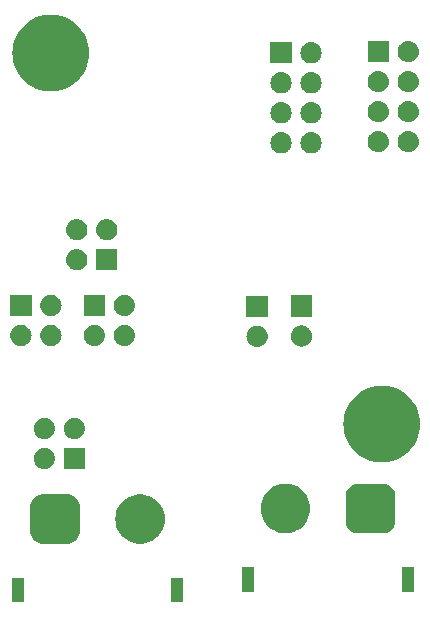
<source format=gbr>
%TF.GenerationSoftware,KiCad,Pcbnew,8.0.1*%
%TF.CreationDate,2024-06-02T10:18:45+08:00*%
%TF.ProjectId,CrazyPowerboard,4372617a-7950-46f7-9765-72626f617264,rev?*%
%TF.SameCoordinates,Original*%
%TF.FileFunction,Soldermask,Bot*%
%TF.FilePolarity,Negative*%
%FSLAX46Y46*%
G04 Gerber Fmt 4.6, Leading zero omitted, Abs format (unit mm)*
G04 Created by KiCad (PCBNEW 8.0.1) date 2024-06-02 10:18:45*
%MOMM*%
%LPD*%
G01*
G04 APERTURE LIST*
G04 APERTURE END LIST*
G36*
X84294134Y-77353806D02*
G01*
X84310355Y-77364645D01*
X84321194Y-77380866D01*
X84325000Y-77400000D01*
X84325000Y-79400000D01*
X84321194Y-79419134D01*
X84310355Y-79435355D01*
X84294134Y-79446194D01*
X84275000Y-79450000D01*
X83375000Y-79450000D01*
X83355866Y-79446194D01*
X83339645Y-79435355D01*
X83328806Y-79419134D01*
X83325000Y-79400000D01*
X83325000Y-77400000D01*
X83328806Y-77380866D01*
X83339645Y-77364645D01*
X83355866Y-77353806D01*
X83375000Y-77350000D01*
X84275000Y-77350000D01*
X84294134Y-77353806D01*
G37*
G36*
X97794134Y-77353806D02*
G01*
X97810355Y-77364645D01*
X97821194Y-77380866D01*
X97825000Y-77400000D01*
X97825000Y-79400000D01*
X97821194Y-79419134D01*
X97810355Y-79435355D01*
X97794134Y-79446194D01*
X97775000Y-79450000D01*
X96875000Y-79450000D01*
X96855866Y-79446194D01*
X96839645Y-79435355D01*
X96828806Y-79419134D01*
X96825000Y-79400000D01*
X96825000Y-77400000D01*
X96828806Y-77380866D01*
X96839645Y-77364645D01*
X96855866Y-77353806D01*
X96875000Y-77350000D01*
X97775000Y-77350000D01*
X97794134Y-77353806D01*
G37*
G36*
X103794134Y-76453806D02*
G01*
X103810355Y-76464645D01*
X103821194Y-76480866D01*
X103825000Y-76500000D01*
X103825000Y-78500000D01*
X103821194Y-78519134D01*
X103810355Y-78535355D01*
X103794134Y-78546194D01*
X103775000Y-78550000D01*
X102875000Y-78550000D01*
X102855866Y-78546194D01*
X102839645Y-78535355D01*
X102828806Y-78519134D01*
X102825000Y-78500000D01*
X102825000Y-76500000D01*
X102828806Y-76480866D01*
X102839645Y-76464645D01*
X102855866Y-76453806D01*
X102875000Y-76450000D01*
X103775000Y-76450000D01*
X103794134Y-76453806D01*
G37*
G36*
X117294134Y-76453806D02*
G01*
X117310355Y-76464645D01*
X117321194Y-76480866D01*
X117325000Y-76500000D01*
X117325000Y-78500000D01*
X117321194Y-78519134D01*
X117310355Y-78535355D01*
X117294134Y-78546194D01*
X117275000Y-78550000D01*
X116375000Y-78550000D01*
X116355866Y-78546194D01*
X116339645Y-78535355D01*
X116328806Y-78519134D01*
X116325000Y-78500000D01*
X116325000Y-76500000D01*
X116328806Y-76480866D01*
X116339645Y-76464645D01*
X116355866Y-76453806D01*
X116375000Y-76450000D01*
X117275000Y-76450000D01*
X117294134Y-76453806D01*
G37*
G36*
X88127623Y-70307603D02*
G01*
X88327323Y-70351045D01*
X88515193Y-70431495D01*
X88684442Y-70546046D01*
X88828954Y-70690558D01*
X88943505Y-70859807D01*
X89023955Y-71047677D01*
X89067397Y-71247377D01*
X89075000Y-71375000D01*
X89075000Y-73425000D01*
X89067397Y-73552623D01*
X89023955Y-73752323D01*
X88943505Y-73940193D01*
X88828954Y-74109442D01*
X88684442Y-74253954D01*
X88515193Y-74368505D01*
X88327323Y-74448955D01*
X88127623Y-74492397D01*
X88000000Y-74500000D01*
X85950000Y-74500000D01*
X85822377Y-74492397D01*
X85622677Y-74448955D01*
X85434807Y-74368505D01*
X85265558Y-74253954D01*
X85121046Y-74109442D01*
X85006495Y-73940193D01*
X84926045Y-73752323D01*
X84882603Y-73552623D01*
X84875000Y-73425000D01*
X84875000Y-71375000D01*
X84882603Y-71247377D01*
X84926045Y-71047677D01*
X85006495Y-70859807D01*
X85121046Y-70690558D01*
X85265558Y-70546046D01*
X85434807Y-70431495D01*
X85622677Y-70351045D01*
X85822377Y-70307603D01*
X85950000Y-70300000D01*
X88000000Y-70300000D01*
X88127623Y-70307603D01*
G37*
G36*
X94602258Y-70343923D02*
G01*
X94878247Y-70421252D01*
X95141137Y-70535441D01*
X95386029Y-70684363D01*
X95608362Y-70865244D01*
X95803994Y-71074715D01*
X95969281Y-71308874D01*
X96101144Y-71563358D01*
X96197126Y-71833427D01*
X96255440Y-72114050D01*
X96275000Y-72400000D01*
X96255440Y-72685950D01*
X96197126Y-72966573D01*
X96101144Y-73236642D01*
X95969281Y-73491126D01*
X95803994Y-73725285D01*
X95608362Y-73934756D01*
X95386029Y-74115637D01*
X95141137Y-74264559D01*
X94878247Y-74378748D01*
X94602258Y-74456077D01*
X94318309Y-74495104D01*
X94031691Y-74495104D01*
X93747742Y-74456077D01*
X93471753Y-74378748D01*
X93208863Y-74264559D01*
X92963971Y-74115637D01*
X92741638Y-73934756D01*
X92546006Y-73725285D01*
X92380719Y-73491126D01*
X92248856Y-73236642D01*
X92152874Y-72966573D01*
X92094560Y-72685950D01*
X92075000Y-72400000D01*
X92094560Y-72114050D01*
X92152874Y-71833427D01*
X92248856Y-71563358D01*
X92380719Y-71308874D01*
X92546006Y-71074715D01*
X92741638Y-70865244D01*
X92963971Y-70684363D01*
X93208863Y-70535441D01*
X93471753Y-70421252D01*
X93747742Y-70343923D01*
X94031691Y-70304896D01*
X94318309Y-70304896D01*
X94602258Y-70343923D01*
G37*
G36*
X114827623Y-69407603D02*
G01*
X115027323Y-69451045D01*
X115215193Y-69531495D01*
X115384442Y-69646046D01*
X115528954Y-69790558D01*
X115643505Y-69959807D01*
X115723955Y-70147677D01*
X115767397Y-70347377D01*
X115775000Y-70475000D01*
X115775000Y-72525000D01*
X115767397Y-72652623D01*
X115723955Y-72852323D01*
X115643505Y-73040193D01*
X115528954Y-73209442D01*
X115384442Y-73353954D01*
X115215193Y-73468505D01*
X115027323Y-73548955D01*
X114827623Y-73592397D01*
X114700000Y-73600000D01*
X112650000Y-73600000D01*
X112522377Y-73592397D01*
X112322677Y-73548955D01*
X112134807Y-73468505D01*
X111965558Y-73353954D01*
X111821046Y-73209442D01*
X111706495Y-73040193D01*
X111626045Y-72852323D01*
X111582603Y-72652623D01*
X111575000Y-72525000D01*
X111575000Y-70475000D01*
X111582603Y-70347377D01*
X111626045Y-70147677D01*
X111706495Y-69959807D01*
X111821046Y-69790558D01*
X111965558Y-69646046D01*
X112134807Y-69531495D01*
X112322677Y-69451045D01*
X112522377Y-69407603D01*
X112650000Y-69400000D01*
X114700000Y-69400000D01*
X114827623Y-69407603D01*
G37*
G36*
X106902258Y-69443923D02*
G01*
X107178247Y-69521252D01*
X107441137Y-69635441D01*
X107686029Y-69784363D01*
X107908362Y-69965244D01*
X108103994Y-70174715D01*
X108269281Y-70408874D01*
X108401144Y-70663358D01*
X108497126Y-70933427D01*
X108555440Y-71214050D01*
X108575000Y-71500000D01*
X108555440Y-71785950D01*
X108497126Y-72066573D01*
X108401144Y-72336642D01*
X108269281Y-72591126D01*
X108103994Y-72825285D01*
X107908362Y-73034756D01*
X107686029Y-73215637D01*
X107441137Y-73364559D01*
X107178247Y-73478748D01*
X106902258Y-73556077D01*
X106618309Y-73595104D01*
X106331691Y-73595104D01*
X106047742Y-73556077D01*
X105771753Y-73478748D01*
X105508863Y-73364559D01*
X105263971Y-73215637D01*
X105041638Y-73034756D01*
X104846006Y-72825285D01*
X104680719Y-72591126D01*
X104548856Y-72336642D01*
X104452874Y-72066573D01*
X104394560Y-71785950D01*
X104375000Y-71500000D01*
X104394560Y-71214050D01*
X104452874Y-70933427D01*
X104548856Y-70663358D01*
X104680719Y-70408874D01*
X104846006Y-70174715D01*
X105041638Y-69965244D01*
X105263971Y-69784363D01*
X105508863Y-69635441D01*
X105771753Y-69521252D01*
X106047742Y-69443923D01*
X106331691Y-69404896D01*
X106618309Y-69404896D01*
X106902258Y-69443923D01*
G37*
G36*
X89469134Y-66378806D02*
G01*
X89485355Y-66389645D01*
X89496194Y-66405866D01*
X89500000Y-66425000D01*
X89500000Y-68125000D01*
X89496194Y-68144134D01*
X89485355Y-68160355D01*
X89469134Y-68171194D01*
X89450000Y-68175000D01*
X87750000Y-68175000D01*
X87730866Y-68171194D01*
X87714645Y-68160355D01*
X87703806Y-68144134D01*
X87700000Y-68125000D01*
X87700000Y-66425000D01*
X87703806Y-66405866D01*
X87714645Y-66389645D01*
X87730866Y-66378806D01*
X87750000Y-66375000D01*
X89450000Y-66375000D01*
X89469134Y-66378806D01*
G37*
G36*
X86107607Y-66379930D02*
G01*
X86154076Y-66379930D01*
X86194202Y-66388459D01*
X86235533Y-66392530D01*
X86287460Y-66408282D01*
X86338115Y-66419049D01*
X86370527Y-66433479D01*
X86404321Y-66443731D01*
X86458023Y-66472435D01*
X86510000Y-66495577D01*
X86534165Y-66513134D01*
X86559878Y-66526878D01*
X86612333Y-66569927D01*
X86662218Y-66606170D01*
X86678412Y-66624155D01*
X86696225Y-66638774D01*
X86744089Y-66697097D01*
X86788115Y-66745993D01*
X86797365Y-66762015D01*
X86808121Y-66775121D01*
X86847908Y-66849557D01*
X86882191Y-66908937D01*
X86886134Y-66921074D01*
X86891268Y-66930678D01*
X86919568Y-67023971D01*
X86940333Y-67087879D01*
X86941064Y-67094834D01*
X86942469Y-67099466D01*
X86956151Y-67238385D01*
X86960000Y-67275000D01*
X86956151Y-67311617D01*
X86942469Y-67450533D01*
X86941064Y-67455164D01*
X86940333Y-67462121D01*
X86919563Y-67526042D01*
X86891268Y-67619321D01*
X86886135Y-67628923D01*
X86882191Y-67641063D01*
X86847901Y-67700454D01*
X86808121Y-67774878D01*
X86797367Y-67787981D01*
X86788115Y-67804007D01*
X86744080Y-67852912D01*
X86696225Y-67911225D01*
X86678415Y-67925840D01*
X86662218Y-67943830D01*
X86612323Y-67980080D01*
X86559878Y-68023121D01*
X86534171Y-68036861D01*
X86510000Y-68054423D01*
X86458012Y-68077569D01*
X86404321Y-68106268D01*
X86370534Y-68116517D01*
X86338115Y-68130951D01*
X86287449Y-68141720D01*
X86235533Y-68157469D01*
X86194210Y-68161538D01*
X86154076Y-68170070D01*
X86107597Y-68170070D01*
X86060000Y-68174758D01*
X86012403Y-68170070D01*
X85965924Y-68170070D01*
X85925789Y-68161539D01*
X85884466Y-68157469D01*
X85832546Y-68141719D01*
X85781885Y-68130951D01*
X85749467Y-68116517D01*
X85715678Y-68106268D01*
X85661981Y-68077566D01*
X85610000Y-68054423D01*
X85585831Y-68036863D01*
X85560121Y-68023121D01*
X85507667Y-67980074D01*
X85457782Y-67943830D01*
X85441587Y-67925843D01*
X85423774Y-67911225D01*
X85375908Y-67852899D01*
X85331885Y-67804007D01*
X85322634Y-67787985D01*
X85311878Y-67774878D01*
X85272085Y-67700431D01*
X85237809Y-67641063D01*
X85233866Y-67628928D01*
X85228731Y-67619321D01*
X85200421Y-67525996D01*
X85179667Y-67462121D01*
X85178936Y-67455169D01*
X85177530Y-67450533D01*
X85163832Y-67311466D01*
X85160000Y-67275000D01*
X85163832Y-67238536D01*
X85177530Y-67099466D01*
X85178936Y-67094829D01*
X85179667Y-67087879D01*
X85200416Y-67024017D01*
X85228731Y-66930678D01*
X85233866Y-66921069D01*
X85237809Y-66908937D01*
X85272078Y-66849581D01*
X85311878Y-66775121D01*
X85322636Y-66762011D01*
X85331885Y-66745993D01*
X85375898Y-66697110D01*
X85423774Y-66638774D01*
X85441590Y-66624152D01*
X85457782Y-66606170D01*
X85507657Y-66569933D01*
X85560121Y-66526878D01*
X85585836Y-66513132D01*
X85610000Y-66495577D01*
X85661970Y-66472438D01*
X85715678Y-66443731D01*
X85749474Y-66433478D01*
X85781885Y-66419049D01*
X85832535Y-66408282D01*
X85884466Y-66392530D01*
X85925798Y-66388459D01*
X85965924Y-66379930D01*
X86012393Y-66379930D01*
X86060000Y-66375241D01*
X86107607Y-66379930D01*
G37*
G36*
X115153735Y-61139870D02*
G01*
X115497411Y-61215519D01*
X115830893Y-61327882D01*
X116150271Y-61475642D01*
X116451802Y-61657067D01*
X116731949Y-61870029D01*
X116987429Y-62112033D01*
X117215246Y-62380240D01*
X117412730Y-62671506D01*
X117577564Y-62982416D01*
X117707817Y-63309326D01*
X117801961Y-63648402D01*
X117858892Y-63995669D01*
X117877944Y-64347056D01*
X117858892Y-64698443D01*
X117801961Y-65045710D01*
X117707817Y-65384786D01*
X117577564Y-65711696D01*
X117412730Y-66022606D01*
X117215246Y-66313872D01*
X116987429Y-66582079D01*
X116731949Y-66824083D01*
X116451802Y-67037045D01*
X116150271Y-67218470D01*
X115830893Y-67366230D01*
X115497411Y-67478593D01*
X115153735Y-67554242D01*
X114803895Y-67592290D01*
X114451993Y-67592290D01*
X114102153Y-67554242D01*
X113758477Y-67478593D01*
X113424995Y-67366230D01*
X113105617Y-67218470D01*
X112804086Y-67037045D01*
X112523939Y-66824083D01*
X112268459Y-66582079D01*
X112040642Y-66313872D01*
X111843158Y-66022606D01*
X111678324Y-65711696D01*
X111548071Y-65384786D01*
X111453927Y-65045710D01*
X111396996Y-64698443D01*
X111377944Y-64347056D01*
X111396996Y-63995669D01*
X111453927Y-63648402D01*
X111548071Y-63309326D01*
X111678324Y-62982416D01*
X111843158Y-62671506D01*
X112040642Y-62380240D01*
X112268459Y-62112033D01*
X112523939Y-61870029D01*
X112804086Y-61657067D01*
X113105617Y-61475642D01*
X113424995Y-61327882D01*
X113758477Y-61215519D01*
X114102153Y-61139870D01*
X114451993Y-61101822D01*
X114803895Y-61101822D01*
X115153735Y-61139870D01*
G37*
G36*
X86107607Y-63839930D02*
G01*
X86154076Y-63839930D01*
X86194202Y-63848459D01*
X86235533Y-63852530D01*
X86287460Y-63868282D01*
X86338115Y-63879049D01*
X86370527Y-63893479D01*
X86404321Y-63903731D01*
X86458023Y-63932435D01*
X86510000Y-63955577D01*
X86534165Y-63973134D01*
X86559878Y-63986878D01*
X86612333Y-64029927D01*
X86662218Y-64066170D01*
X86678412Y-64084155D01*
X86696225Y-64098774D01*
X86744089Y-64157097D01*
X86788115Y-64205993D01*
X86797365Y-64222015D01*
X86808121Y-64235121D01*
X86847908Y-64309557D01*
X86882191Y-64368937D01*
X86886134Y-64381074D01*
X86891268Y-64390678D01*
X86919568Y-64483971D01*
X86940333Y-64547879D01*
X86941064Y-64554834D01*
X86942469Y-64559466D01*
X86956151Y-64698385D01*
X86960000Y-64735000D01*
X86956151Y-64771617D01*
X86942469Y-64910533D01*
X86941064Y-64915164D01*
X86940333Y-64922121D01*
X86919563Y-64986042D01*
X86891268Y-65079321D01*
X86886135Y-65088923D01*
X86882191Y-65101063D01*
X86847901Y-65160454D01*
X86808121Y-65234878D01*
X86797367Y-65247981D01*
X86788115Y-65264007D01*
X86744080Y-65312912D01*
X86696225Y-65371225D01*
X86678415Y-65385840D01*
X86662218Y-65403830D01*
X86612323Y-65440080D01*
X86559878Y-65483121D01*
X86534171Y-65496861D01*
X86510000Y-65514423D01*
X86458012Y-65537569D01*
X86404321Y-65566268D01*
X86370534Y-65576517D01*
X86338115Y-65590951D01*
X86287449Y-65601720D01*
X86235533Y-65617469D01*
X86194210Y-65621538D01*
X86154076Y-65630070D01*
X86107597Y-65630070D01*
X86060000Y-65634758D01*
X86012403Y-65630070D01*
X85965924Y-65630070D01*
X85925789Y-65621539D01*
X85884466Y-65617469D01*
X85832546Y-65601719D01*
X85781885Y-65590951D01*
X85749467Y-65576517D01*
X85715678Y-65566268D01*
X85661981Y-65537566D01*
X85610000Y-65514423D01*
X85585831Y-65496863D01*
X85560121Y-65483121D01*
X85507667Y-65440074D01*
X85457782Y-65403830D01*
X85441587Y-65385843D01*
X85423774Y-65371225D01*
X85375908Y-65312899D01*
X85331885Y-65264007D01*
X85322634Y-65247985D01*
X85311878Y-65234878D01*
X85272085Y-65160431D01*
X85237809Y-65101063D01*
X85233866Y-65088928D01*
X85228731Y-65079321D01*
X85200421Y-64985996D01*
X85179667Y-64922121D01*
X85178936Y-64915169D01*
X85177530Y-64910533D01*
X85163832Y-64771466D01*
X85160000Y-64735000D01*
X85163842Y-64698441D01*
X85177530Y-64559466D01*
X85178936Y-64554829D01*
X85179667Y-64547879D01*
X85200416Y-64484017D01*
X85228731Y-64390678D01*
X85233866Y-64381069D01*
X85237809Y-64368937D01*
X85272078Y-64309581D01*
X85311878Y-64235121D01*
X85322636Y-64222011D01*
X85331885Y-64205993D01*
X85375898Y-64157110D01*
X85423774Y-64098774D01*
X85441590Y-64084152D01*
X85457782Y-64066170D01*
X85507657Y-64029933D01*
X85560121Y-63986878D01*
X85585836Y-63973132D01*
X85610000Y-63955577D01*
X85661970Y-63932438D01*
X85715678Y-63903731D01*
X85749474Y-63893478D01*
X85781885Y-63879049D01*
X85832535Y-63868282D01*
X85884466Y-63852530D01*
X85925798Y-63848459D01*
X85965924Y-63839930D01*
X86012393Y-63839930D01*
X86060000Y-63835241D01*
X86107607Y-63839930D01*
G37*
G36*
X88647607Y-63839930D02*
G01*
X88694076Y-63839930D01*
X88734202Y-63848459D01*
X88775533Y-63852530D01*
X88827460Y-63868282D01*
X88878115Y-63879049D01*
X88910527Y-63893479D01*
X88944321Y-63903731D01*
X88998023Y-63932435D01*
X89050000Y-63955577D01*
X89074165Y-63973134D01*
X89099878Y-63986878D01*
X89152333Y-64029927D01*
X89202218Y-64066170D01*
X89218412Y-64084155D01*
X89236225Y-64098774D01*
X89284089Y-64157097D01*
X89328115Y-64205993D01*
X89337365Y-64222015D01*
X89348121Y-64235121D01*
X89387908Y-64309557D01*
X89422191Y-64368937D01*
X89426134Y-64381074D01*
X89431268Y-64390678D01*
X89459568Y-64483971D01*
X89480333Y-64547879D01*
X89481064Y-64554834D01*
X89482469Y-64559466D01*
X89496151Y-64698385D01*
X89500000Y-64735000D01*
X89496151Y-64771617D01*
X89482469Y-64910533D01*
X89481064Y-64915164D01*
X89480333Y-64922121D01*
X89459563Y-64986042D01*
X89431268Y-65079321D01*
X89426135Y-65088923D01*
X89422191Y-65101063D01*
X89387901Y-65160454D01*
X89348121Y-65234878D01*
X89337367Y-65247981D01*
X89328115Y-65264007D01*
X89284080Y-65312912D01*
X89236225Y-65371225D01*
X89218415Y-65385840D01*
X89202218Y-65403830D01*
X89152323Y-65440080D01*
X89099878Y-65483121D01*
X89074171Y-65496861D01*
X89050000Y-65514423D01*
X88998012Y-65537569D01*
X88944321Y-65566268D01*
X88910534Y-65576517D01*
X88878115Y-65590951D01*
X88827449Y-65601720D01*
X88775533Y-65617469D01*
X88734210Y-65621538D01*
X88694076Y-65630070D01*
X88647597Y-65630070D01*
X88600000Y-65634758D01*
X88552403Y-65630070D01*
X88505924Y-65630070D01*
X88465789Y-65621539D01*
X88424466Y-65617469D01*
X88372546Y-65601719D01*
X88321885Y-65590951D01*
X88289467Y-65576517D01*
X88255678Y-65566268D01*
X88201981Y-65537566D01*
X88150000Y-65514423D01*
X88125831Y-65496863D01*
X88100121Y-65483121D01*
X88047667Y-65440074D01*
X87997782Y-65403830D01*
X87981587Y-65385843D01*
X87963774Y-65371225D01*
X87915908Y-65312899D01*
X87871885Y-65264007D01*
X87862634Y-65247985D01*
X87851878Y-65234878D01*
X87812085Y-65160431D01*
X87777809Y-65101063D01*
X87773866Y-65088928D01*
X87768731Y-65079321D01*
X87740421Y-64985996D01*
X87719667Y-64922121D01*
X87718936Y-64915169D01*
X87717530Y-64910533D01*
X87703832Y-64771466D01*
X87700000Y-64735000D01*
X87703842Y-64698441D01*
X87717530Y-64559466D01*
X87718936Y-64554829D01*
X87719667Y-64547879D01*
X87740416Y-64484017D01*
X87768731Y-64390678D01*
X87773866Y-64381069D01*
X87777809Y-64368937D01*
X87812078Y-64309581D01*
X87851878Y-64235121D01*
X87862636Y-64222011D01*
X87871885Y-64205993D01*
X87915898Y-64157110D01*
X87963774Y-64098774D01*
X87981590Y-64084152D01*
X87997782Y-64066170D01*
X88047657Y-64029933D01*
X88100121Y-63986878D01*
X88125836Y-63973132D01*
X88150000Y-63955577D01*
X88201970Y-63932438D01*
X88255678Y-63903731D01*
X88289474Y-63893478D01*
X88321885Y-63879049D01*
X88372535Y-63868282D01*
X88424466Y-63852530D01*
X88465798Y-63848459D01*
X88505924Y-63839930D01*
X88552393Y-63839930D01*
X88600000Y-63835241D01*
X88647607Y-63839930D01*
G37*
G36*
X104122607Y-56029930D02*
G01*
X104169076Y-56029930D01*
X104209202Y-56038459D01*
X104250533Y-56042530D01*
X104302460Y-56058282D01*
X104353115Y-56069049D01*
X104385527Y-56083479D01*
X104419321Y-56093731D01*
X104473023Y-56122435D01*
X104525000Y-56145577D01*
X104549165Y-56163134D01*
X104574878Y-56176878D01*
X104627333Y-56219927D01*
X104677218Y-56256170D01*
X104693412Y-56274155D01*
X104711225Y-56288774D01*
X104759089Y-56347097D01*
X104803115Y-56395993D01*
X104812365Y-56412015D01*
X104823121Y-56425121D01*
X104862908Y-56499557D01*
X104897191Y-56558937D01*
X104901134Y-56571074D01*
X104906268Y-56580678D01*
X104934568Y-56673971D01*
X104955333Y-56737879D01*
X104956064Y-56744834D01*
X104957469Y-56749466D01*
X104971151Y-56888385D01*
X104975000Y-56925000D01*
X104971151Y-56961617D01*
X104957469Y-57100533D01*
X104956064Y-57105164D01*
X104955333Y-57112121D01*
X104934563Y-57176042D01*
X104906268Y-57269321D01*
X104901135Y-57278923D01*
X104897191Y-57291063D01*
X104862901Y-57350454D01*
X104823121Y-57424878D01*
X104812367Y-57437981D01*
X104803115Y-57454007D01*
X104759080Y-57502912D01*
X104711225Y-57561225D01*
X104693415Y-57575840D01*
X104677218Y-57593830D01*
X104627323Y-57630080D01*
X104574878Y-57673121D01*
X104549171Y-57686861D01*
X104525000Y-57704423D01*
X104473012Y-57727569D01*
X104419321Y-57756268D01*
X104385534Y-57766517D01*
X104353115Y-57780951D01*
X104302449Y-57791720D01*
X104250533Y-57807469D01*
X104209210Y-57811538D01*
X104169076Y-57820070D01*
X104122597Y-57820070D01*
X104075000Y-57824758D01*
X104027403Y-57820070D01*
X103980924Y-57820070D01*
X103940789Y-57811539D01*
X103899466Y-57807469D01*
X103847546Y-57791719D01*
X103796885Y-57780951D01*
X103764467Y-57766517D01*
X103730678Y-57756268D01*
X103676981Y-57727566D01*
X103625000Y-57704423D01*
X103600831Y-57686863D01*
X103575121Y-57673121D01*
X103522667Y-57630074D01*
X103472782Y-57593830D01*
X103456587Y-57575843D01*
X103438774Y-57561225D01*
X103390908Y-57502899D01*
X103346885Y-57454007D01*
X103337634Y-57437985D01*
X103326878Y-57424878D01*
X103287085Y-57350431D01*
X103252809Y-57291063D01*
X103248866Y-57278928D01*
X103243731Y-57269321D01*
X103215421Y-57175996D01*
X103194667Y-57112121D01*
X103193936Y-57105169D01*
X103192530Y-57100533D01*
X103178832Y-56961466D01*
X103175000Y-56925000D01*
X103178832Y-56888536D01*
X103192530Y-56749466D01*
X103193936Y-56744829D01*
X103194667Y-56737879D01*
X103215416Y-56674017D01*
X103243731Y-56580678D01*
X103248866Y-56571069D01*
X103252809Y-56558937D01*
X103287078Y-56499581D01*
X103326878Y-56425121D01*
X103337636Y-56412011D01*
X103346885Y-56395993D01*
X103390898Y-56347110D01*
X103438774Y-56288774D01*
X103456590Y-56274152D01*
X103472782Y-56256170D01*
X103522657Y-56219933D01*
X103575121Y-56176878D01*
X103600836Y-56163132D01*
X103625000Y-56145577D01*
X103676970Y-56122438D01*
X103730678Y-56093731D01*
X103764474Y-56083478D01*
X103796885Y-56069049D01*
X103847535Y-56058282D01*
X103899466Y-56042530D01*
X103940798Y-56038459D01*
X103980924Y-56029930D01*
X104027393Y-56029930D01*
X104075000Y-56025241D01*
X104122607Y-56029930D01*
G37*
G36*
X107872607Y-56004930D02*
G01*
X107919076Y-56004930D01*
X107959202Y-56013459D01*
X108000533Y-56017530D01*
X108052460Y-56033282D01*
X108103115Y-56044049D01*
X108135527Y-56058479D01*
X108169321Y-56068731D01*
X108223023Y-56097435D01*
X108275000Y-56120577D01*
X108299165Y-56138134D01*
X108324878Y-56151878D01*
X108377333Y-56194927D01*
X108427218Y-56231170D01*
X108443412Y-56249155D01*
X108461225Y-56263774D01*
X108509089Y-56322097D01*
X108553115Y-56370993D01*
X108562365Y-56387015D01*
X108573121Y-56400121D01*
X108612908Y-56474557D01*
X108647191Y-56533937D01*
X108651134Y-56546074D01*
X108656268Y-56555678D01*
X108684568Y-56648971D01*
X108705333Y-56712879D01*
X108706064Y-56719834D01*
X108707469Y-56724466D01*
X108721151Y-56863385D01*
X108725000Y-56900000D01*
X108721151Y-56936617D01*
X108707469Y-57075533D01*
X108706064Y-57080164D01*
X108705333Y-57087121D01*
X108684563Y-57151042D01*
X108656268Y-57244321D01*
X108651135Y-57253923D01*
X108647191Y-57266063D01*
X108612901Y-57325454D01*
X108573121Y-57399878D01*
X108562367Y-57412981D01*
X108553115Y-57429007D01*
X108509080Y-57477912D01*
X108461225Y-57536225D01*
X108443415Y-57550840D01*
X108427218Y-57568830D01*
X108377323Y-57605080D01*
X108324878Y-57648121D01*
X108299171Y-57661861D01*
X108275000Y-57679423D01*
X108223012Y-57702569D01*
X108169321Y-57731268D01*
X108135534Y-57741517D01*
X108103115Y-57755951D01*
X108052449Y-57766720D01*
X108000533Y-57782469D01*
X107959210Y-57786538D01*
X107919076Y-57795070D01*
X107872597Y-57795070D01*
X107825000Y-57799758D01*
X107777403Y-57795070D01*
X107730924Y-57795070D01*
X107690789Y-57786539D01*
X107649466Y-57782469D01*
X107597546Y-57766719D01*
X107546885Y-57755951D01*
X107514467Y-57741517D01*
X107480678Y-57731268D01*
X107426981Y-57702566D01*
X107375000Y-57679423D01*
X107350831Y-57661863D01*
X107325121Y-57648121D01*
X107272667Y-57605074D01*
X107222782Y-57568830D01*
X107206587Y-57550843D01*
X107188774Y-57536225D01*
X107140908Y-57477899D01*
X107096885Y-57429007D01*
X107087634Y-57412985D01*
X107076878Y-57399878D01*
X107037085Y-57325431D01*
X107002809Y-57266063D01*
X106998866Y-57253928D01*
X106993731Y-57244321D01*
X106965421Y-57150996D01*
X106944667Y-57087121D01*
X106943936Y-57080169D01*
X106942530Y-57075533D01*
X106928832Y-56936466D01*
X106925000Y-56900000D01*
X106928832Y-56863536D01*
X106942530Y-56724466D01*
X106943936Y-56719829D01*
X106944667Y-56712879D01*
X106965416Y-56649017D01*
X106993731Y-56555678D01*
X106998866Y-56546069D01*
X107002809Y-56533937D01*
X107037078Y-56474581D01*
X107076878Y-56400121D01*
X107087636Y-56387011D01*
X107096885Y-56370993D01*
X107140898Y-56322110D01*
X107188774Y-56263774D01*
X107206590Y-56249152D01*
X107222782Y-56231170D01*
X107272657Y-56194933D01*
X107325121Y-56151878D01*
X107350836Y-56138132D01*
X107375000Y-56120577D01*
X107426970Y-56097438D01*
X107480678Y-56068731D01*
X107514474Y-56058478D01*
X107546885Y-56044049D01*
X107597535Y-56033282D01*
X107649466Y-56017530D01*
X107690798Y-56013459D01*
X107730924Y-56004930D01*
X107777393Y-56004930D01*
X107825000Y-56000241D01*
X107872607Y-56004930D01*
G37*
G36*
X84122607Y-55959930D02*
G01*
X84169076Y-55959930D01*
X84209202Y-55968459D01*
X84250533Y-55972530D01*
X84302460Y-55988282D01*
X84353115Y-55999049D01*
X84385527Y-56013479D01*
X84419321Y-56023731D01*
X84473023Y-56052435D01*
X84525000Y-56075577D01*
X84549165Y-56093134D01*
X84574878Y-56106878D01*
X84627333Y-56149927D01*
X84677218Y-56186170D01*
X84693412Y-56204155D01*
X84711225Y-56218774D01*
X84759089Y-56277097D01*
X84803115Y-56325993D01*
X84812365Y-56342015D01*
X84823121Y-56355121D01*
X84862908Y-56429557D01*
X84897191Y-56488937D01*
X84901134Y-56501074D01*
X84906268Y-56510678D01*
X84934568Y-56603971D01*
X84955333Y-56667879D01*
X84956064Y-56674834D01*
X84957469Y-56679466D01*
X84971151Y-56818385D01*
X84975000Y-56855000D01*
X84971151Y-56891617D01*
X84957469Y-57030533D01*
X84956064Y-57035164D01*
X84955333Y-57042121D01*
X84934563Y-57106042D01*
X84906268Y-57199321D01*
X84901135Y-57208923D01*
X84897191Y-57221063D01*
X84862901Y-57280454D01*
X84823121Y-57354878D01*
X84812367Y-57367981D01*
X84803115Y-57384007D01*
X84759080Y-57432912D01*
X84711225Y-57491225D01*
X84693415Y-57505840D01*
X84677218Y-57523830D01*
X84627323Y-57560080D01*
X84574878Y-57603121D01*
X84549171Y-57616861D01*
X84525000Y-57634423D01*
X84473012Y-57657569D01*
X84419321Y-57686268D01*
X84385534Y-57696517D01*
X84353115Y-57710951D01*
X84302449Y-57721720D01*
X84250533Y-57737469D01*
X84209210Y-57741538D01*
X84169076Y-57750070D01*
X84122597Y-57750070D01*
X84075000Y-57754758D01*
X84027403Y-57750070D01*
X83980924Y-57750070D01*
X83940789Y-57741539D01*
X83899466Y-57737469D01*
X83847546Y-57721719D01*
X83796885Y-57710951D01*
X83764467Y-57696517D01*
X83730678Y-57686268D01*
X83676981Y-57657566D01*
X83625000Y-57634423D01*
X83600831Y-57616863D01*
X83575121Y-57603121D01*
X83522667Y-57560074D01*
X83472782Y-57523830D01*
X83456587Y-57505843D01*
X83438774Y-57491225D01*
X83390908Y-57432899D01*
X83346885Y-57384007D01*
X83337634Y-57367985D01*
X83326878Y-57354878D01*
X83287085Y-57280431D01*
X83252809Y-57221063D01*
X83248866Y-57208928D01*
X83243731Y-57199321D01*
X83215421Y-57105996D01*
X83194667Y-57042121D01*
X83193936Y-57035169D01*
X83192530Y-57030533D01*
X83178832Y-56891466D01*
X83175000Y-56855000D01*
X83178832Y-56818536D01*
X83192530Y-56679466D01*
X83193936Y-56674829D01*
X83194667Y-56667879D01*
X83215416Y-56604017D01*
X83243731Y-56510678D01*
X83248866Y-56501069D01*
X83252809Y-56488937D01*
X83287078Y-56429581D01*
X83326878Y-56355121D01*
X83337636Y-56342011D01*
X83346885Y-56325993D01*
X83390898Y-56277110D01*
X83438774Y-56218774D01*
X83456590Y-56204152D01*
X83472782Y-56186170D01*
X83522657Y-56149933D01*
X83575121Y-56106878D01*
X83600836Y-56093132D01*
X83625000Y-56075577D01*
X83676970Y-56052438D01*
X83730678Y-56023731D01*
X83764474Y-56013478D01*
X83796885Y-55999049D01*
X83847535Y-55988282D01*
X83899466Y-55972530D01*
X83940798Y-55968459D01*
X83980924Y-55959930D01*
X84027393Y-55959930D01*
X84075000Y-55955241D01*
X84122607Y-55959930D01*
G37*
G36*
X86662607Y-55959930D02*
G01*
X86709076Y-55959930D01*
X86749202Y-55968459D01*
X86790533Y-55972530D01*
X86842460Y-55988282D01*
X86893115Y-55999049D01*
X86925527Y-56013479D01*
X86959321Y-56023731D01*
X87013023Y-56052435D01*
X87065000Y-56075577D01*
X87089165Y-56093134D01*
X87114878Y-56106878D01*
X87167333Y-56149927D01*
X87217218Y-56186170D01*
X87233412Y-56204155D01*
X87251225Y-56218774D01*
X87299089Y-56277097D01*
X87343115Y-56325993D01*
X87352365Y-56342015D01*
X87363121Y-56355121D01*
X87402908Y-56429557D01*
X87437191Y-56488937D01*
X87441134Y-56501074D01*
X87446268Y-56510678D01*
X87474568Y-56603971D01*
X87495333Y-56667879D01*
X87496064Y-56674834D01*
X87497469Y-56679466D01*
X87511151Y-56818385D01*
X87515000Y-56855000D01*
X87511151Y-56891617D01*
X87497469Y-57030533D01*
X87496064Y-57035164D01*
X87495333Y-57042121D01*
X87474563Y-57106042D01*
X87446268Y-57199321D01*
X87441135Y-57208923D01*
X87437191Y-57221063D01*
X87402901Y-57280454D01*
X87363121Y-57354878D01*
X87352367Y-57367981D01*
X87343115Y-57384007D01*
X87299080Y-57432912D01*
X87251225Y-57491225D01*
X87233415Y-57505840D01*
X87217218Y-57523830D01*
X87167323Y-57560080D01*
X87114878Y-57603121D01*
X87089171Y-57616861D01*
X87065000Y-57634423D01*
X87013012Y-57657569D01*
X86959321Y-57686268D01*
X86925534Y-57696517D01*
X86893115Y-57710951D01*
X86842449Y-57721720D01*
X86790533Y-57737469D01*
X86749210Y-57741538D01*
X86709076Y-57750070D01*
X86662597Y-57750070D01*
X86615000Y-57754758D01*
X86567403Y-57750070D01*
X86520924Y-57750070D01*
X86480789Y-57741539D01*
X86439466Y-57737469D01*
X86387546Y-57721719D01*
X86336885Y-57710951D01*
X86304467Y-57696517D01*
X86270678Y-57686268D01*
X86216981Y-57657566D01*
X86165000Y-57634423D01*
X86140831Y-57616863D01*
X86115121Y-57603121D01*
X86062667Y-57560074D01*
X86012782Y-57523830D01*
X85996587Y-57505843D01*
X85978774Y-57491225D01*
X85930908Y-57432899D01*
X85886885Y-57384007D01*
X85877634Y-57367985D01*
X85866878Y-57354878D01*
X85827085Y-57280431D01*
X85792809Y-57221063D01*
X85788866Y-57208928D01*
X85783731Y-57199321D01*
X85755421Y-57105996D01*
X85734667Y-57042121D01*
X85733936Y-57035169D01*
X85732530Y-57030533D01*
X85718832Y-56891466D01*
X85715000Y-56855000D01*
X85718832Y-56818536D01*
X85732530Y-56679466D01*
X85733936Y-56674829D01*
X85734667Y-56667879D01*
X85755416Y-56604017D01*
X85783731Y-56510678D01*
X85788866Y-56501069D01*
X85792809Y-56488937D01*
X85827078Y-56429581D01*
X85866878Y-56355121D01*
X85877636Y-56342011D01*
X85886885Y-56325993D01*
X85930898Y-56277110D01*
X85978774Y-56218774D01*
X85996590Y-56204152D01*
X86012782Y-56186170D01*
X86062657Y-56149933D01*
X86115121Y-56106878D01*
X86140836Y-56093132D01*
X86165000Y-56075577D01*
X86216970Y-56052438D01*
X86270678Y-56023731D01*
X86304474Y-56013478D01*
X86336885Y-55999049D01*
X86387535Y-55988282D01*
X86439466Y-55972530D01*
X86480798Y-55968459D01*
X86520924Y-55959930D01*
X86567393Y-55959930D01*
X86615000Y-55955241D01*
X86662607Y-55959930D01*
G37*
G36*
X90332607Y-55959930D02*
G01*
X90379076Y-55959930D01*
X90419202Y-55968459D01*
X90460533Y-55972530D01*
X90512460Y-55988282D01*
X90563115Y-55999049D01*
X90595527Y-56013479D01*
X90629321Y-56023731D01*
X90683023Y-56052435D01*
X90735000Y-56075577D01*
X90759165Y-56093134D01*
X90784878Y-56106878D01*
X90837333Y-56149927D01*
X90887218Y-56186170D01*
X90903412Y-56204155D01*
X90921225Y-56218774D01*
X90969089Y-56277097D01*
X91013115Y-56325993D01*
X91022365Y-56342015D01*
X91033121Y-56355121D01*
X91072908Y-56429557D01*
X91107191Y-56488937D01*
X91111134Y-56501074D01*
X91116268Y-56510678D01*
X91144568Y-56603971D01*
X91165333Y-56667879D01*
X91166064Y-56674834D01*
X91167469Y-56679466D01*
X91181151Y-56818385D01*
X91185000Y-56855000D01*
X91181151Y-56891617D01*
X91167469Y-57030533D01*
X91166064Y-57035164D01*
X91165333Y-57042121D01*
X91144563Y-57106042D01*
X91116268Y-57199321D01*
X91111135Y-57208923D01*
X91107191Y-57221063D01*
X91072901Y-57280454D01*
X91033121Y-57354878D01*
X91022367Y-57367981D01*
X91013115Y-57384007D01*
X90969080Y-57432912D01*
X90921225Y-57491225D01*
X90903415Y-57505840D01*
X90887218Y-57523830D01*
X90837323Y-57560080D01*
X90784878Y-57603121D01*
X90759171Y-57616861D01*
X90735000Y-57634423D01*
X90683012Y-57657569D01*
X90629321Y-57686268D01*
X90595534Y-57696517D01*
X90563115Y-57710951D01*
X90512449Y-57721720D01*
X90460533Y-57737469D01*
X90419210Y-57741538D01*
X90379076Y-57750070D01*
X90332597Y-57750070D01*
X90285000Y-57754758D01*
X90237403Y-57750070D01*
X90190924Y-57750070D01*
X90150789Y-57741539D01*
X90109466Y-57737469D01*
X90057546Y-57721719D01*
X90006885Y-57710951D01*
X89974467Y-57696517D01*
X89940678Y-57686268D01*
X89886981Y-57657566D01*
X89835000Y-57634423D01*
X89810831Y-57616863D01*
X89785121Y-57603121D01*
X89732667Y-57560074D01*
X89682782Y-57523830D01*
X89666587Y-57505843D01*
X89648774Y-57491225D01*
X89600908Y-57432899D01*
X89556885Y-57384007D01*
X89547634Y-57367985D01*
X89536878Y-57354878D01*
X89497085Y-57280431D01*
X89462809Y-57221063D01*
X89458866Y-57208928D01*
X89453731Y-57199321D01*
X89425421Y-57105996D01*
X89404667Y-57042121D01*
X89403936Y-57035169D01*
X89402530Y-57030533D01*
X89388832Y-56891466D01*
X89385000Y-56855000D01*
X89388832Y-56818536D01*
X89402530Y-56679466D01*
X89403936Y-56674829D01*
X89404667Y-56667879D01*
X89425416Y-56604017D01*
X89453731Y-56510678D01*
X89458866Y-56501069D01*
X89462809Y-56488937D01*
X89497078Y-56429581D01*
X89536878Y-56355121D01*
X89547636Y-56342011D01*
X89556885Y-56325993D01*
X89600898Y-56277110D01*
X89648774Y-56218774D01*
X89666590Y-56204152D01*
X89682782Y-56186170D01*
X89732657Y-56149933D01*
X89785121Y-56106878D01*
X89810836Y-56093132D01*
X89835000Y-56075577D01*
X89886970Y-56052438D01*
X89940678Y-56023731D01*
X89974474Y-56013478D01*
X90006885Y-55999049D01*
X90057535Y-55988282D01*
X90109466Y-55972530D01*
X90150798Y-55968459D01*
X90190924Y-55959930D01*
X90237393Y-55959930D01*
X90285000Y-55955241D01*
X90332607Y-55959930D01*
G37*
G36*
X92872607Y-55959930D02*
G01*
X92919076Y-55959930D01*
X92959202Y-55968459D01*
X93000533Y-55972530D01*
X93052460Y-55988282D01*
X93103115Y-55999049D01*
X93135527Y-56013479D01*
X93169321Y-56023731D01*
X93223023Y-56052435D01*
X93275000Y-56075577D01*
X93299165Y-56093134D01*
X93324878Y-56106878D01*
X93377333Y-56149927D01*
X93427218Y-56186170D01*
X93443412Y-56204155D01*
X93461225Y-56218774D01*
X93509089Y-56277097D01*
X93553115Y-56325993D01*
X93562365Y-56342015D01*
X93573121Y-56355121D01*
X93612908Y-56429557D01*
X93647191Y-56488937D01*
X93651134Y-56501074D01*
X93656268Y-56510678D01*
X93684568Y-56603971D01*
X93705333Y-56667879D01*
X93706064Y-56674834D01*
X93707469Y-56679466D01*
X93721151Y-56818385D01*
X93725000Y-56855000D01*
X93721151Y-56891617D01*
X93707469Y-57030533D01*
X93706064Y-57035164D01*
X93705333Y-57042121D01*
X93684563Y-57106042D01*
X93656268Y-57199321D01*
X93651135Y-57208923D01*
X93647191Y-57221063D01*
X93612901Y-57280454D01*
X93573121Y-57354878D01*
X93562367Y-57367981D01*
X93553115Y-57384007D01*
X93509080Y-57432912D01*
X93461225Y-57491225D01*
X93443415Y-57505840D01*
X93427218Y-57523830D01*
X93377323Y-57560080D01*
X93324878Y-57603121D01*
X93299171Y-57616861D01*
X93275000Y-57634423D01*
X93223012Y-57657569D01*
X93169321Y-57686268D01*
X93135534Y-57696517D01*
X93103115Y-57710951D01*
X93052449Y-57721720D01*
X93000533Y-57737469D01*
X92959210Y-57741538D01*
X92919076Y-57750070D01*
X92872597Y-57750070D01*
X92825000Y-57754758D01*
X92777403Y-57750070D01*
X92730924Y-57750070D01*
X92690789Y-57741539D01*
X92649466Y-57737469D01*
X92597546Y-57721719D01*
X92546885Y-57710951D01*
X92514467Y-57696517D01*
X92480678Y-57686268D01*
X92426981Y-57657566D01*
X92375000Y-57634423D01*
X92350831Y-57616863D01*
X92325121Y-57603121D01*
X92272667Y-57560074D01*
X92222782Y-57523830D01*
X92206587Y-57505843D01*
X92188774Y-57491225D01*
X92140908Y-57432899D01*
X92096885Y-57384007D01*
X92087634Y-57367985D01*
X92076878Y-57354878D01*
X92037085Y-57280431D01*
X92002809Y-57221063D01*
X91998866Y-57208928D01*
X91993731Y-57199321D01*
X91965421Y-57105996D01*
X91944667Y-57042121D01*
X91943936Y-57035169D01*
X91942530Y-57030533D01*
X91928832Y-56891466D01*
X91925000Y-56855000D01*
X91928832Y-56818536D01*
X91942530Y-56679466D01*
X91943936Y-56674829D01*
X91944667Y-56667879D01*
X91965416Y-56604017D01*
X91993731Y-56510678D01*
X91998866Y-56501069D01*
X92002809Y-56488937D01*
X92037078Y-56429581D01*
X92076878Y-56355121D01*
X92087636Y-56342011D01*
X92096885Y-56325993D01*
X92140898Y-56277110D01*
X92188774Y-56218774D01*
X92206590Y-56204152D01*
X92222782Y-56186170D01*
X92272657Y-56149933D01*
X92325121Y-56106878D01*
X92350836Y-56093132D01*
X92375000Y-56075577D01*
X92426970Y-56052438D01*
X92480678Y-56023731D01*
X92514474Y-56013478D01*
X92546885Y-55999049D01*
X92597535Y-55988282D01*
X92649466Y-55972530D01*
X92690798Y-55968459D01*
X92730924Y-55959930D01*
X92777393Y-55959930D01*
X92825000Y-55955241D01*
X92872607Y-55959930D01*
G37*
G36*
X104944134Y-53488806D02*
G01*
X104960355Y-53499645D01*
X104971194Y-53515866D01*
X104975000Y-53535000D01*
X104975000Y-55235000D01*
X104971194Y-55254134D01*
X104960355Y-55270355D01*
X104944134Y-55281194D01*
X104925000Y-55285000D01*
X103225000Y-55285000D01*
X103205866Y-55281194D01*
X103189645Y-55270355D01*
X103178806Y-55254134D01*
X103175000Y-55235000D01*
X103175000Y-53535000D01*
X103178806Y-53515866D01*
X103189645Y-53499645D01*
X103205866Y-53488806D01*
X103225000Y-53485000D01*
X104925000Y-53485000D01*
X104944134Y-53488806D01*
G37*
G36*
X108694134Y-53463806D02*
G01*
X108710355Y-53474645D01*
X108721194Y-53490866D01*
X108725000Y-53510000D01*
X108725000Y-55210000D01*
X108721194Y-55229134D01*
X108710355Y-55245355D01*
X108694134Y-55256194D01*
X108675000Y-55260000D01*
X106975000Y-55260000D01*
X106955866Y-55256194D01*
X106939645Y-55245355D01*
X106928806Y-55229134D01*
X106925000Y-55210000D01*
X106925000Y-53510000D01*
X106928806Y-53490866D01*
X106939645Y-53474645D01*
X106955866Y-53463806D01*
X106975000Y-53460000D01*
X108675000Y-53460000D01*
X108694134Y-53463806D01*
G37*
G36*
X84944134Y-53418806D02*
G01*
X84960355Y-53429645D01*
X84971194Y-53445866D01*
X84975000Y-53465000D01*
X84975000Y-55165000D01*
X84971194Y-55184134D01*
X84960355Y-55200355D01*
X84944134Y-55211194D01*
X84925000Y-55215000D01*
X83225000Y-55215000D01*
X83205866Y-55211194D01*
X83189645Y-55200355D01*
X83178806Y-55184134D01*
X83175000Y-55165000D01*
X83175000Y-53465000D01*
X83178806Y-53445866D01*
X83189645Y-53429645D01*
X83205866Y-53418806D01*
X83225000Y-53415000D01*
X84925000Y-53415000D01*
X84944134Y-53418806D01*
G37*
G36*
X91154134Y-53418806D02*
G01*
X91170355Y-53429645D01*
X91181194Y-53445866D01*
X91185000Y-53465000D01*
X91185000Y-55165000D01*
X91181194Y-55184134D01*
X91170355Y-55200355D01*
X91154134Y-55211194D01*
X91135000Y-55215000D01*
X89435000Y-55215000D01*
X89415866Y-55211194D01*
X89399645Y-55200355D01*
X89388806Y-55184134D01*
X89385000Y-55165000D01*
X89385000Y-53465000D01*
X89388806Y-53445866D01*
X89399645Y-53429645D01*
X89415866Y-53418806D01*
X89435000Y-53415000D01*
X91135000Y-53415000D01*
X91154134Y-53418806D01*
G37*
G36*
X86662607Y-53419930D02*
G01*
X86709076Y-53419930D01*
X86749202Y-53428459D01*
X86790533Y-53432530D01*
X86842460Y-53448282D01*
X86893115Y-53459049D01*
X86925527Y-53473479D01*
X86959321Y-53483731D01*
X87013023Y-53512435D01*
X87065000Y-53535577D01*
X87089165Y-53553134D01*
X87114878Y-53566878D01*
X87167333Y-53609927D01*
X87217218Y-53646170D01*
X87233412Y-53664155D01*
X87251225Y-53678774D01*
X87299089Y-53737097D01*
X87343115Y-53785993D01*
X87352365Y-53802015D01*
X87363121Y-53815121D01*
X87402908Y-53889557D01*
X87437191Y-53948937D01*
X87441134Y-53961074D01*
X87446268Y-53970678D01*
X87474568Y-54063971D01*
X87495333Y-54127879D01*
X87496064Y-54134834D01*
X87497469Y-54139466D01*
X87511151Y-54278385D01*
X87515000Y-54315000D01*
X87511151Y-54351617D01*
X87497469Y-54490533D01*
X87496064Y-54495164D01*
X87495333Y-54502121D01*
X87474563Y-54566042D01*
X87446268Y-54659321D01*
X87441135Y-54668923D01*
X87437191Y-54681063D01*
X87402901Y-54740454D01*
X87363121Y-54814878D01*
X87352367Y-54827981D01*
X87343115Y-54844007D01*
X87299080Y-54892912D01*
X87251225Y-54951225D01*
X87233415Y-54965840D01*
X87217218Y-54983830D01*
X87167323Y-55020080D01*
X87114878Y-55063121D01*
X87089171Y-55076861D01*
X87065000Y-55094423D01*
X87013012Y-55117569D01*
X86959321Y-55146268D01*
X86925534Y-55156517D01*
X86893115Y-55170951D01*
X86842449Y-55181720D01*
X86790533Y-55197469D01*
X86749210Y-55201538D01*
X86709076Y-55210070D01*
X86662597Y-55210070D01*
X86615000Y-55214758D01*
X86567403Y-55210070D01*
X86520924Y-55210070D01*
X86480789Y-55201539D01*
X86439466Y-55197469D01*
X86387546Y-55181719D01*
X86336885Y-55170951D01*
X86304467Y-55156517D01*
X86270678Y-55146268D01*
X86216981Y-55117566D01*
X86165000Y-55094423D01*
X86140831Y-55076863D01*
X86115121Y-55063121D01*
X86062667Y-55020074D01*
X86012782Y-54983830D01*
X85996587Y-54965843D01*
X85978774Y-54951225D01*
X85930908Y-54892899D01*
X85886885Y-54844007D01*
X85877634Y-54827985D01*
X85866878Y-54814878D01*
X85827085Y-54740431D01*
X85792809Y-54681063D01*
X85788866Y-54668928D01*
X85783731Y-54659321D01*
X85755421Y-54565996D01*
X85734667Y-54502121D01*
X85733936Y-54495169D01*
X85732530Y-54490533D01*
X85718832Y-54351466D01*
X85715000Y-54315000D01*
X85718832Y-54278536D01*
X85732530Y-54139466D01*
X85733936Y-54134829D01*
X85734667Y-54127879D01*
X85755416Y-54064017D01*
X85783731Y-53970678D01*
X85788866Y-53961069D01*
X85792809Y-53948937D01*
X85827078Y-53889581D01*
X85866878Y-53815121D01*
X85877636Y-53802011D01*
X85886885Y-53785993D01*
X85930898Y-53737110D01*
X85978774Y-53678774D01*
X85996590Y-53664152D01*
X86012782Y-53646170D01*
X86062657Y-53609933D01*
X86115121Y-53566878D01*
X86140836Y-53553132D01*
X86165000Y-53535577D01*
X86216970Y-53512438D01*
X86270678Y-53483731D01*
X86304474Y-53473478D01*
X86336885Y-53459049D01*
X86387535Y-53448282D01*
X86439466Y-53432530D01*
X86480798Y-53428459D01*
X86520924Y-53419930D01*
X86567393Y-53419930D01*
X86615000Y-53415241D01*
X86662607Y-53419930D01*
G37*
G36*
X92872607Y-53419930D02*
G01*
X92919076Y-53419930D01*
X92959202Y-53428459D01*
X93000533Y-53432530D01*
X93052460Y-53448282D01*
X93103115Y-53459049D01*
X93135527Y-53473479D01*
X93169321Y-53483731D01*
X93223023Y-53512435D01*
X93275000Y-53535577D01*
X93299165Y-53553134D01*
X93324878Y-53566878D01*
X93377333Y-53609927D01*
X93427218Y-53646170D01*
X93443412Y-53664155D01*
X93461225Y-53678774D01*
X93509089Y-53737097D01*
X93553115Y-53785993D01*
X93562365Y-53802015D01*
X93573121Y-53815121D01*
X93612908Y-53889557D01*
X93647191Y-53948937D01*
X93651134Y-53961074D01*
X93656268Y-53970678D01*
X93684568Y-54063971D01*
X93705333Y-54127879D01*
X93706064Y-54134834D01*
X93707469Y-54139466D01*
X93721151Y-54278385D01*
X93725000Y-54315000D01*
X93721151Y-54351617D01*
X93707469Y-54490533D01*
X93706064Y-54495164D01*
X93705333Y-54502121D01*
X93684563Y-54566042D01*
X93656268Y-54659321D01*
X93651135Y-54668923D01*
X93647191Y-54681063D01*
X93612901Y-54740454D01*
X93573121Y-54814878D01*
X93562367Y-54827981D01*
X93553115Y-54844007D01*
X93509080Y-54892912D01*
X93461225Y-54951225D01*
X93443415Y-54965840D01*
X93427218Y-54983830D01*
X93377323Y-55020080D01*
X93324878Y-55063121D01*
X93299171Y-55076861D01*
X93275000Y-55094423D01*
X93223012Y-55117569D01*
X93169321Y-55146268D01*
X93135534Y-55156517D01*
X93103115Y-55170951D01*
X93052449Y-55181720D01*
X93000533Y-55197469D01*
X92959210Y-55201538D01*
X92919076Y-55210070D01*
X92872597Y-55210070D01*
X92825000Y-55214758D01*
X92777403Y-55210070D01*
X92730924Y-55210070D01*
X92690789Y-55201539D01*
X92649466Y-55197469D01*
X92597546Y-55181719D01*
X92546885Y-55170951D01*
X92514467Y-55156517D01*
X92480678Y-55146268D01*
X92426981Y-55117566D01*
X92375000Y-55094423D01*
X92350831Y-55076863D01*
X92325121Y-55063121D01*
X92272667Y-55020074D01*
X92222782Y-54983830D01*
X92206587Y-54965843D01*
X92188774Y-54951225D01*
X92140908Y-54892899D01*
X92096885Y-54844007D01*
X92087634Y-54827985D01*
X92076878Y-54814878D01*
X92037085Y-54740431D01*
X92002809Y-54681063D01*
X91998866Y-54668928D01*
X91993731Y-54659321D01*
X91965421Y-54565996D01*
X91944667Y-54502121D01*
X91943936Y-54495169D01*
X91942530Y-54490533D01*
X91928832Y-54351466D01*
X91925000Y-54315000D01*
X91928832Y-54278536D01*
X91942530Y-54139466D01*
X91943936Y-54134829D01*
X91944667Y-54127879D01*
X91965416Y-54064017D01*
X91993731Y-53970678D01*
X91998866Y-53961069D01*
X92002809Y-53948937D01*
X92037078Y-53889581D01*
X92076878Y-53815121D01*
X92087636Y-53802011D01*
X92096885Y-53785993D01*
X92140898Y-53737110D01*
X92188774Y-53678774D01*
X92206590Y-53664152D01*
X92222782Y-53646170D01*
X92272657Y-53609933D01*
X92325121Y-53566878D01*
X92350836Y-53553132D01*
X92375000Y-53535577D01*
X92426970Y-53512438D01*
X92480678Y-53483731D01*
X92514474Y-53473478D01*
X92546885Y-53459049D01*
X92597535Y-53448282D01*
X92649466Y-53432530D01*
X92690798Y-53428459D01*
X92730924Y-53419930D01*
X92777393Y-53419930D01*
X92825000Y-53415241D01*
X92872607Y-53419930D01*
G37*
G36*
X92219134Y-49543806D02*
G01*
X92235355Y-49554645D01*
X92246194Y-49570866D01*
X92250000Y-49590000D01*
X92250000Y-51290000D01*
X92246194Y-51309134D01*
X92235355Y-51325355D01*
X92219134Y-51336194D01*
X92200000Y-51340000D01*
X90500000Y-51340000D01*
X90480866Y-51336194D01*
X90464645Y-51325355D01*
X90453806Y-51309134D01*
X90450000Y-51290000D01*
X90450000Y-49590000D01*
X90453806Y-49570866D01*
X90464645Y-49554645D01*
X90480866Y-49543806D01*
X90500000Y-49540000D01*
X92200000Y-49540000D01*
X92219134Y-49543806D01*
G37*
G36*
X88857607Y-49544930D02*
G01*
X88904076Y-49544930D01*
X88944202Y-49553459D01*
X88985533Y-49557530D01*
X89037460Y-49573282D01*
X89088115Y-49584049D01*
X89120527Y-49598479D01*
X89154321Y-49608731D01*
X89208023Y-49637435D01*
X89260000Y-49660577D01*
X89284165Y-49678134D01*
X89309878Y-49691878D01*
X89362333Y-49734927D01*
X89412218Y-49771170D01*
X89428412Y-49789155D01*
X89446225Y-49803774D01*
X89494089Y-49862097D01*
X89538115Y-49910993D01*
X89547365Y-49927015D01*
X89558121Y-49940121D01*
X89597908Y-50014557D01*
X89632191Y-50073937D01*
X89636134Y-50086074D01*
X89641268Y-50095678D01*
X89669568Y-50188971D01*
X89690333Y-50252879D01*
X89691064Y-50259834D01*
X89692469Y-50264466D01*
X89706151Y-50403385D01*
X89710000Y-50440000D01*
X89706151Y-50476617D01*
X89692469Y-50615533D01*
X89691064Y-50620164D01*
X89690333Y-50627121D01*
X89669563Y-50691042D01*
X89641268Y-50784321D01*
X89636135Y-50793923D01*
X89632191Y-50806063D01*
X89597901Y-50865454D01*
X89558121Y-50939878D01*
X89547367Y-50952981D01*
X89538115Y-50969007D01*
X89494080Y-51017912D01*
X89446225Y-51076225D01*
X89428415Y-51090840D01*
X89412218Y-51108830D01*
X89362323Y-51145080D01*
X89309878Y-51188121D01*
X89284171Y-51201861D01*
X89260000Y-51219423D01*
X89208012Y-51242569D01*
X89154321Y-51271268D01*
X89120534Y-51281517D01*
X89088115Y-51295951D01*
X89037449Y-51306720D01*
X88985533Y-51322469D01*
X88944210Y-51326538D01*
X88904076Y-51335070D01*
X88857597Y-51335070D01*
X88810000Y-51339758D01*
X88762403Y-51335070D01*
X88715924Y-51335070D01*
X88675789Y-51326539D01*
X88634466Y-51322469D01*
X88582546Y-51306719D01*
X88531885Y-51295951D01*
X88499467Y-51281517D01*
X88465678Y-51271268D01*
X88411981Y-51242566D01*
X88360000Y-51219423D01*
X88335831Y-51201863D01*
X88310121Y-51188121D01*
X88257667Y-51145074D01*
X88207782Y-51108830D01*
X88191587Y-51090843D01*
X88173774Y-51076225D01*
X88125908Y-51017899D01*
X88081885Y-50969007D01*
X88072634Y-50952985D01*
X88061878Y-50939878D01*
X88022085Y-50865431D01*
X87987809Y-50806063D01*
X87983866Y-50793928D01*
X87978731Y-50784321D01*
X87950421Y-50690996D01*
X87929667Y-50627121D01*
X87928936Y-50620169D01*
X87927530Y-50615533D01*
X87913832Y-50476466D01*
X87910000Y-50440000D01*
X87913832Y-50403536D01*
X87927530Y-50264466D01*
X87928936Y-50259829D01*
X87929667Y-50252879D01*
X87950416Y-50189017D01*
X87978731Y-50095678D01*
X87983866Y-50086069D01*
X87987809Y-50073937D01*
X88022078Y-50014581D01*
X88061878Y-49940121D01*
X88072636Y-49927011D01*
X88081885Y-49910993D01*
X88125898Y-49862110D01*
X88173774Y-49803774D01*
X88191590Y-49789152D01*
X88207782Y-49771170D01*
X88257657Y-49734933D01*
X88310121Y-49691878D01*
X88335836Y-49678132D01*
X88360000Y-49660577D01*
X88411970Y-49637438D01*
X88465678Y-49608731D01*
X88499474Y-49598478D01*
X88531885Y-49584049D01*
X88582535Y-49573282D01*
X88634466Y-49557530D01*
X88675798Y-49553459D01*
X88715924Y-49544930D01*
X88762393Y-49544930D01*
X88810000Y-49540241D01*
X88857607Y-49544930D01*
G37*
G36*
X88857607Y-47004930D02*
G01*
X88904076Y-47004930D01*
X88944202Y-47013459D01*
X88985533Y-47017530D01*
X89037460Y-47033282D01*
X89088115Y-47044049D01*
X89120527Y-47058479D01*
X89154321Y-47068731D01*
X89208023Y-47097435D01*
X89260000Y-47120577D01*
X89284165Y-47138134D01*
X89309878Y-47151878D01*
X89362333Y-47194927D01*
X89412218Y-47231170D01*
X89428412Y-47249155D01*
X89446225Y-47263774D01*
X89494089Y-47322097D01*
X89538115Y-47370993D01*
X89547365Y-47387015D01*
X89558121Y-47400121D01*
X89597908Y-47474557D01*
X89632191Y-47533937D01*
X89636134Y-47546074D01*
X89641268Y-47555678D01*
X89669568Y-47648971D01*
X89690333Y-47712879D01*
X89691064Y-47719834D01*
X89692469Y-47724466D01*
X89706151Y-47863385D01*
X89710000Y-47900000D01*
X89706151Y-47936617D01*
X89692469Y-48075533D01*
X89691064Y-48080164D01*
X89690333Y-48087121D01*
X89669563Y-48151042D01*
X89641268Y-48244321D01*
X89636135Y-48253923D01*
X89632191Y-48266063D01*
X89597901Y-48325454D01*
X89558121Y-48399878D01*
X89547367Y-48412981D01*
X89538115Y-48429007D01*
X89494080Y-48477912D01*
X89446225Y-48536225D01*
X89428415Y-48550840D01*
X89412218Y-48568830D01*
X89362323Y-48605080D01*
X89309878Y-48648121D01*
X89284171Y-48661861D01*
X89260000Y-48679423D01*
X89208012Y-48702569D01*
X89154321Y-48731268D01*
X89120534Y-48741517D01*
X89088115Y-48755951D01*
X89037449Y-48766720D01*
X88985533Y-48782469D01*
X88944210Y-48786538D01*
X88904076Y-48795070D01*
X88857597Y-48795070D01*
X88810000Y-48799758D01*
X88762403Y-48795070D01*
X88715924Y-48795070D01*
X88675789Y-48786539D01*
X88634466Y-48782469D01*
X88582546Y-48766719D01*
X88531885Y-48755951D01*
X88499467Y-48741517D01*
X88465678Y-48731268D01*
X88411981Y-48702566D01*
X88360000Y-48679423D01*
X88335831Y-48661863D01*
X88310121Y-48648121D01*
X88257667Y-48605074D01*
X88207782Y-48568830D01*
X88191587Y-48550843D01*
X88173774Y-48536225D01*
X88125908Y-48477899D01*
X88081885Y-48429007D01*
X88072634Y-48412985D01*
X88061878Y-48399878D01*
X88022085Y-48325431D01*
X87987809Y-48266063D01*
X87983866Y-48253928D01*
X87978731Y-48244321D01*
X87950421Y-48150996D01*
X87929667Y-48087121D01*
X87928936Y-48080169D01*
X87927530Y-48075533D01*
X87913832Y-47936466D01*
X87910000Y-47900000D01*
X87913832Y-47863536D01*
X87927530Y-47724466D01*
X87928936Y-47719829D01*
X87929667Y-47712879D01*
X87950416Y-47649017D01*
X87978731Y-47555678D01*
X87983866Y-47546069D01*
X87987809Y-47533937D01*
X88022078Y-47474581D01*
X88061878Y-47400121D01*
X88072636Y-47387011D01*
X88081885Y-47370993D01*
X88125898Y-47322110D01*
X88173774Y-47263774D01*
X88191590Y-47249152D01*
X88207782Y-47231170D01*
X88257657Y-47194933D01*
X88310121Y-47151878D01*
X88335836Y-47138132D01*
X88360000Y-47120577D01*
X88411970Y-47097438D01*
X88465678Y-47068731D01*
X88499474Y-47058478D01*
X88531885Y-47044049D01*
X88582535Y-47033282D01*
X88634466Y-47017530D01*
X88675798Y-47013459D01*
X88715924Y-47004930D01*
X88762393Y-47004930D01*
X88810000Y-47000241D01*
X88857607Y-47004930D01*
G37*
G36*
X91397607Y-47004930D02*
G01*
X91444076Y-47004930D01*
X91484202Y-47013459D01*
X91525533Y-47017530D01*
X91577460Y-47033282D01*
X91628115Y-47044049D01*
X91660527Y-47058479D01*
X91694321Y-47068731D01*
X91748023Y-47097435D01*
X91800000Y-47120577D01*
X91824165Y-47138134D01*
X91849878Y-47151878D01*
X91902333Y-47194927D01*
X91952218Y-47231170D01*
X91968412Y-47249155D01*
X91986225Y-47263774D01*
X92034089Y-47322097D01*
X92078115Y-47370993D01*
X92087365Y-47387015D01*
X92098121Y-47400121D01*
X92137908Y-47474557D01*
X92172191Y-47533937D01*
X92176134Y-47546074D01*
X92181268Y-47555678D01*
X92209568Y-47648971D01*
X92230333Y-47712879D01*
X92231064Y-47719834D01*
X92232469Y-47724466D01*
X92246151Y-47863385D01*
X92250000Y-47900000D01*
X92246151Y-47936617D01*
X92232469Y-48075533D01*
X92231064Y-48080164D01*
X92230333Y-48087121D01*
X92209563Y-48151042D01*
X92181268Y-48244321D01*
X92176135Y-48253923D01*
X92172191Y-48266063D01*
X92137901Y-48325454D01*
X92098121Y-48399878D01*
X92087367Y-48412981D01*
X92078115Y-48429007D01*
X92034080Y-48477912D01*
X91986225Y-48536225D01*
X91968415Y-48550840D01*
X91952218Y-48568830D01*
X91902323Y-48605080D01*
X91849878Y-48648121D01*
X91824171Y-48661861D01*
X91800000Y-48679423D01*
X91748012Y-48702569D01*
X91694321Y-48731268D01*
X91660534Y-48741517D01*
X91628115Y-48755951D01*
X91577449Y-48766720D01*
X91525533Y-48782469D01*
X91484210Y-48786538D01*
X91444076Y-48795070D01*
X91397597Y-48795070D01*
X91350000Y-48799758D01*
X91302403Y-48795070D01*
X91255924Y-48795070D01*
X91215789Y-48786539D01*
X91174466Y-48782469D01*
X91122546Y-48766719D01*
X91071885Y-48755951D01*
X91039467Y-48741517D01*
X91005678Y-48731268D01*
X90951981Y-48702566D01*
X90900000Y-48679423D01*
X90875831Y-48661863D01*
X90850121Y-48648121D01*
X90797667Y-48605074D01*
X90747782Y-48568830D01*
X90731587Y-48550843D01*
X90713774Y-48536225D01*
X90665908Y-48477899D01*
X90621885Y-48429007D01*
X90612634Y-48412985D01*
X90601878Y-48399878D01*
X90562085Y-48325431D01*
X90527809Y-48266063D01*
X90523866Y-48253928D01*
X90518731Y-48244321D01*
X90490421Y-48150996D01*
X90469667Y-48087121D01*
X90468936Y-48080169D01*
X90467530Y-48075533D01*
X90453832Y-47936466D01*
X90450000Y-47900000D01*
X90453832Y-47863536D01*
X90467530Y-47724466D01*
X90468936Y-47719829D01*
X90469667Y-47712879D01*
X90490416Y-47649017D01*
X90518731Y-47555678D01*
X90523866Y-47546069D01*
X90527809Y-47533937D01*
X90562078Y-47474581D01*
X90601878Y-47400121D01*
X90612636Y-47387011D01*
X90621885Y-47370993D01*
X90665898Y-47322110D01*
X90713774Y-47263774D01*
X90731590Y-47249152D01*
X90747782Y-47231170D01*
X90797657Y-47194933D01*
X90850121Y-47151878D01*
X90875836Y-47138132D01*
X90900000Y-47120577D01*
X90951970Y-47097438D01*
X91005678Y-47068731D01*
X91039474Y-47058478D01*
X91071885Y-47044049D01*
X91122535Y-47033282D01*
X91174466Y-47017530D01*
X91215798Y-47013459D01*
X91255924Y-47004930D01*
X91302393Y-47004930D01*
X91350000Y-47000241D01*
X91397607Y-47004930D01*
G37*
G36*
X106150807Y-39642330D02*
G01*
X106197276Y-39642330D01*
X106237402Y-39650859D01*
X106278733Y-39654930D01*
X106330660Y-39670682D01*
X106381315Y-39681449D01*
X106413727Y-39695879D01*
X106447521Y-39706131D01*
X106501223Y-39734835D01*
X106553200Y-39757977D01*
X106577365Y-39775534D01*
X106603078Y-39789278D01*
X106655533Y-39832327D01*
X106705418Y-39868570D01*
X106721612Y-39886555D01*
X106739425Y-39901174D01*
X106787289Y-39959497D01*
X106831315Y-40008393D01*
X106840565Y-40024415D01*
X106851321Y-40037521D01*
X106891108Y-40111957D01*
X106925391Y-40171337D01*
X106929334Y-40183474D01*
X106934468Y-40193078D01*
X106962768Y-40286371D01*
X106983533Y-40350279D01*
X106984264Y-40357234D01*
X106985669Y-40361866D01*
X106999351Y-40500785D01*
X107003200Y-40537400D01*
X106999351Y-40574017D01*
X106985669Y-40712933D01*
X106984264Y-40717564D01*
X106983533Y-40724521D01*
X106962763Y-40788442D01*
X106934468Y-40881721D01*
X106929335Y-40891323D01*
X106925391Y-40903463D01*
X106891101Y-40962854D01*
X106851321Y-41037278D01*
X106840567Y-41050381D01*
X106831315Y-41066407D01*
X106787280Y-41115312D01*
X106739425Y-41173625D01*
X106721615Y-41188240D01*
X106705418Y-41206230D01*
X106655523Y-41242480D01*
X106603078Y-41285521D01*
X106577371Y-41299261D01*
X106553200Y-41316823D01*
X106501212Y-41339969D01*
X106447521Y-41368668D01*
X106413734Y-41378917D01*
X106381315Y-41393351D01*
X106330649Y-41404120D01*
X106278733Y-41419869D01*
X106237410Y-41423938D01*
X106197276Y-41432470D01*
X106150797Y-41432470D01*
X106103200Y-41437158D01*
X106055603Y-41432470D01*
X106009124Y-41432470D01*
X105968989Y-41423939D01*
X105927666Y-41419869D01*
X105875746Y-41404119D01*
X105825085Y-41393351D01*
X105792667Y-41378917D01*
X105758878Y-41368668D01*
X105705181Y-41339966D01*
X105653200Y-41316823D01*
X105629031Y-41299263D01*
X105603321Y-41285521D01*
X105550867Y-41242474D01*
X105500982Y-41206230D01*
X105484787Y-41188243D01*
X105466974Y-41173625D01*
X105419108Y-41115299D01*
X105375085Y-41066407D01*
X105365834Y-41050385D01*
X105355078Y-41037278D01*
X105315285Y-40962831D01*
X105281009Y-40903463D01*
X105277066Y-40891328D01*
X105271931Y-40881721D01*
X105243621Y-40788396D01*
X105222867Y-40724521D01*
X105222136Y-40717569D01*
X105220730Y-40712933D01*
X105207032Y-40573866D01*
X105203200Y-40537400D01*
X105207032Y-40500936D01*
X105220730Y-40361866D01*
X105222136Y-40357229D01*
X105222867Y-40350279D01*
X105243616Y-40286417D01*
X105271931Y-40193078D01*
X105277066Y-40183469D01*
X105281009Y-40171337D01*
X105315278Y-40111981D01*
X105355078Y-40037521D01*
X105365836Y-40024411D01*
X105375085Y-40008393D01*
X105419098Y-39959510D01*
X105466974Y-39901174D01*
X105484790Y-39886552D01*
X105500982Y-39868570D01*
X105550857Y-39832333D01*
X105603321Y-39789278D01*
X105629036Y-39775532D01*
X105653200Y-39757977D01*
X105705170Y-39734838D01*
X105758878Y-39706131D01*
X105792674Y-39695878D01*
X105825085Y-39681449D01*
X105875735Y-39670682D01*
X105927666Y-39654930D01*
X105968998Y-39650859D01*
X106009124Y-39642330D01*
X106055593Y-39642330D01*
X106103200Y-39637641D01*
X106150807Y-39642330D01*
G37*
G36*
X108690807Y-39642330D02*
G01*
X108737276Y-39642330D01*
X108777402Y-39650859D01*
X108818733Y-39654930D01*
X108870660Y-39670682D01*
X108921315Y-39681449D01*
X108953727Y-39695879D01*
X108987521Y-39706131D01*
X109041223Y-39734835D01*
X109093200Y-39757977D01*
X109117365Y-39775534D01*
X109143078Y-39789278D01*
X109195533Y-39832327D01*
X109245418Y-39868570D01*
X109261612Y-39886555D01*
X109279425Y-39901174D01*
X109327289Y-39959497D01*
X109371315Y-40008393D01*
X109380565Y-40024415D01*
X109391321Y-40037521D01*
X109431108Y-40111957D01*
X109465391Y-40171337D01*
X109469334Y-40183474D01*
X109474468Y-40193078D01*
X109502768Y-40286371D01*
X109523533Y-40350279D01*
X109524264Y-40357234D01*
X109525669Y-40361866D01*
X109539351Y-40500785D01*
X109543200Y-40537400D01*
X109539351Y-40574017D01*
X109525669Y-40712933D01*
X109524264Y-40717564D01*
X109523533Y-40724521D01*
X109502763Y-40788442D01*
X109474468Y-40881721D01*
X109469335Y-40891323D01*
X109465391Y-40903463D01*
X109431101Y-40962854D01*
X109391321Y-41037278D01*
X109380567Y-41050381D01*
X109371315Y-41066407D01*
X109327280Y-41115312D01*
X109279425Y-41173625D01*
X109261615Y-41188240D01*
X109245418Y-41206230D01*
X109195523Y-41242480D01*
X109143078Y-41285521D01*
X109117371Y-41299261D01*
X109093200Y-41316823D01*
X109041212Y-41339969D01*
X108987521Y-41368668D01*
X108953734Y-41378917D01*
X108921315Y-41393351D01*
X108870649Y-41404120D01*
X108818733Y-41419869D01*
X108777410Y-41423938D01*
X108737276Y-41432470D01*
X108690797Y-41432470D01*
X108643200Y-41437158D01*
X108595603Y-41432470D01*
X108549124Y-41432470D01*
X108508989Y-41423939D01*
X108467666Y-41419869D01*
X108415746Y-41404119D01*
X108365085Y-41393351D01*
X108332667Y-41378917D01*
X108298878Y-41368668D01*
X108245181Y-41339966D01*
X108193200Y-41316823D01*
X108169031Y-41299263D01*
X108143321Y-41285521D01*
X108090867Y-41242474D01*
X108040982Y-41206230D01*
X108024787Y-41188243D01*
X108006974Y-41173625D01*
X107959108Y-41115299D01*
X107915085Y-41066407D01*
X107905834Y-41050385D01*
X107895078Y-41037278D01*
X107855285Y-40962831D01*
X107821009Y-40903463D01*
X107817066Y-40891328D01*
X107811931Y-40881721D01*
X107783621Y-40788396D01*
X107762867Y-40724521D01*
X107762136Y-40717569D01*
X107760730Y-40712933D01*
X107747032Y-40573866D01*
X107743200Y-40537400D01*
X107747032Y-40500936D01*
X107760730Y-40361866D01*
X107762136Y-40357229D01*
X107762867Y-40350279D01*
X107783616Y-40286417D01*
X107811931Y-40193078D01*
X107817066Y-40183469D01*
X107821009Y-40171337D01*
X107855278Y-40111981D01*
X107895078Y-40037521D01*
X107905836Y-40024411D01*
X107915085Y-40008393D01*
X107959098Y-39959510D01*
X108006974Y-39901174D01*
X108024790Y-39886552D01*
X108040982Y-39868570D01*
X108090857Y-39832333D01*
X108143321Y-39789278D01*
X108169036Y-39775532D01*
X108193200Y-39757977D01*
X108245170Y-39734838D01*
X108298878Y-39706131D01*
X108332674Y-39695878D01*
X108365085Y-39681449D01*
X108415735Y-39670682D01*
X108467666Y-39654930D01*
X108508998Y-39650859D01*
X108549124Y-39642330D01*
X108595593Y-39642330D01*
X108643200Y-39637641D01*
X108690807Y-39642330D01*
G37*
G36*
X114372607Y-39544930D02*
G01*
X114419076Y-39544930D01*
X114459202Y-39553459D01*
X114500533Y-39557530D01*
X114552460Y-39573282D01*
X114603115Y-39584049D01*
X114635527Y-39598479D01*
X114669321Y-39608731D01*
X114723023Y-39637435D01*
X114775000Y-39660577D01*
X114799165Y-39678134D01*
X114824878Y-39691878D01*
X114877333Y-39734927D01*
X114927218Y-39771170D01*
X114943412Y-39789155D01*
X114961225Y-39803774D01*
X115009089Y-39862097D01*
X115053115Y-39910993D01*
X115062365Y-39927015D01*
X115073121Y-39940121D01*
X115112908Y-40014557D01*
X115147191Y-40073937D01*
X115151134Y-40086074D01*
X115156268Y-40095678D01*
X115184568Y-40188971D01*
X115205333Y-40252879D01*
X115206064Y-40259834D01*
X115207469Y-40264466D01*
X115221151Y-40403385D01*
X115225000Y-40440000D01*
X115221151Y-40476617D01*
X115207469Y-40615533D01*
X115206064Y-40620164D01*
X115205333Y-40627121D01*
X115184563Y-40691042D01*
X115156268Y-40784321D01*
X115151135Y-40793923D01*
X115147191Y-40806063D01*
X115112901Y-40865454D01*
X115073121Y-40939878D01*
X115062367Y-40952981D01*
X115053115Y-40969007D01*
X115009080Y-41017912D01*
X114961225Y-41076225D01*
X114943415Y-41090840D01*
X114927218Y-41108830D01*
X114877323Y-41145080D01*
X114824878Y-41188121D01*
X114799171Y-41201861D01*
X114775000Y-41219423D01*
X114723012Y-41242569D01*
X114669321Y-41271268D01*
X114635534Y-41281517D01*
X114603115Y-41295951D01*
X114552449Y-41306720D01*
X114500533Y-41322469D01*
X114459210Y-41326538D01*
X114419076Y-41335070D01*
X114372597Y-41335070D01*
X114325000Y-41339758D01*
X114277403Y-41335070D01*
X114230924Y-41335070D01*
X114190789Y-41326539D01*
X114149466Y-41322469D01*
X114097546Y-41306719D01*
X114046885Y-41295951D01*
X114014467Y-41281517D01*
X113980678Y-41271268D01*
X113926981Y-41242566D01*
X113875000Y-41219423D01*
X113850831Y-41201863D01*
X113825121Y-41188121D01*
X113772667Y-41145074D01*
X113722782Y-41108830D01*
X113706587Y-41090843D01*
X113688774Y-41076225D01*
X113640908Y-41017899D01*
X113596885Y-40969007D01*
X113587634Y-40952985D01*
X113576878Y-40939878D01*
X113537085Y-40865431D01*
X113502809Y-40806063D01*
X113498866Y-40793928D01*
X113493731Y-40784321D01*
X113465421Y-40690996D01*
X113444667Y-40627121D01*
X113443936Y-40620169D01*
X113442530Y-40615533D01*
X113428832Y-40476466D01*
X113425000Y-40440000D01*
X113428832Y-40403536D01*
X113442530Y-40264466D01*
X113443936Y-40259829D01*
X113444667Y-40252879D01*
X113465416Y-40189017D01*
X113493731Y-40095678D01*
X113498866Y-40086069D01*
X113502809Y-40073937D01*
X113537078Y-40014581D01*
X113576878Y-39940121D01*
X113587636Y-39927011D01*
X113596885Y-39910993D01*
X113640898Y-39862110D01*
X113688774Y-39803774D01*
X113706590Y-39789152D01*
X113722782Y-39771170D01*
X113772657Y-39734933D01*
X113825121Y-39691878D01*
X113850836Y-39678132D01*
X113875000Y-39660577D01*
X113926970Y-39637438D01*
X113980678Y-39608731D01*
X114014474Y-39598478D01*
X114046885Y-39584049D01*
X114097535Y-39573282D01*
X114149466Y-39557530D01*
X114190798Y-39553459D01*
X114230924Y-39544930D01*
X114277393Y-39544930D01*
X114325000Y-39540241D01*
X114372607Y-39544930D01*
G37*
G36*
X116912607Y-39544930D02*
G01*
X116959076Y-39544930D01*
X116999202Y-39553459D01*
X117040533Y-39557530D01*
X117092460Y-39573282D01*
X117143115Y-39584049D01*
X117175527Y-39598479D01*
X117209321Y-39608731D01*
X117263023Y-39637435D01*
X117315000Y-39660577D01*
X117339165Y-39678134D01*
X117364878Y-39691878D01*
X117417333Y-39734927D01*
X117467218Y-39771170D01*
X117483412Y-39789155D01*
X117501225Y-39803774D01*
X117549089Y-39862097D01*
X117593115Y-39910993D01*
X117602365Y-39927015D01*
X117613121Y-39940121D01*
X117652908Y-40014557D01*
X117687191Y-40073937D01*
X117691134Y-40086074D01*
X117696268Y-40095678D01*
X117724568Y-40188971D01*
X117745333Y-40252879D01*
X117746064Y-40259834D01*
X117747469Y-40264466D01*
X117761151Y-40403385D01*
X117765000Y-40440000D01*
X117761151Y-40476617D01*
X117747469Y-40615533D01*
X117746064Y-40620164D01*
X117745333Y-40627121D01*
X117724563Y-40691042D01*
X117696268Y-40784321D01*
X117691135Y-40793923D01*
X117687191Y-40806063D01*
X117652901Y-40865454D01*
X117613121Y-40939878D01*
X117602367Y-40952981D01*
X117593115Y-40969007D01*
X117549080Y-41017912D01*
X117501225Y-41076225D01*
X117483415Y-41090840D01*
X117467218Y-41108830D01*
X117417323Y-41145080D01*
X117364878Y-41188121D01*
X117339171Y-41201861D01*
X117315000Y-41219423D01*
X117263012Y-41242569D01*
X117209321Y-41271268D01*
X117175534Y-41281517D01*
X117143115Y-41295951D01*
X117092449Y-41306720D01*
X117040533Y-41322469D01*
X116999210Y-41326538D01*
X116959076Y-41335070D01*
X116912597Y-41335070D01*
X116865000Y-41339758D01*
X116817403Y-41335070D01*
X116770924Y-41335070D01*
X116730789Y-41326539D01*
X116689466Y-41322469D01*
X116637546Y-41306719D01*
X116586885Y-41295951D01*
X116554467Y-41281517D01*
X116520678Y-41271268D01*
X116466981Y-41242566D01*
X116415000Y-41219423D01*
X116390831Y-41201863D01*
X116365121Y-41188121D01*
X116312667Y-41145074D01*
X116262782Y-41108830D01*
X116246587Y-41090843D01*
X116228774Y-41076225D01*
X116180908Y-41017899D01*
X116136885Y-40969007D01*
X116127634Y-40952985D01*
X116116878Y-40939878D01*
X116077085Y-40865431D01*
X116042809Y-40806063D01*
X116038866Y-40793928D01*
X116033731Y-40784321D01*
X116005421Y-40690996D01*
X115984667Y-40627121D01*
X115983936Y-40620169D01*
X115982530Y-40615533D01*
X115968832Y-40476466D01*
X115965000Y-40440000D01*
X115968832Y-40403536D01*
X115982530Y-40264466D01*
X115983936Y-40259829D01*
X115984667Y-40252879D01*
X116005416Y-40189017D01*
X116033731Y-40095678D01*
X116038866Y-40086069D01*
X116042809Y-40073937D01*
X116077078Y-40014581D01*
X116116878Y-39940121D01*
X116127636Y-39927011D01*
X116136885Y-39910993D01*
X116180898Y-39862110D01*
X116228774Y-39803774D01*
X116246590Y-39789152D01*
X116262782Y-39771170D01*
X116312657Y-39734933D01*
X116365121Y-39691878D01*
X116390836Y-39678132D01*
X116415000Y-39660577D01*
X116466970Y-39637438D01*
X116520678Y-39608731D01*
X116554474Y-39598478D01*
X116586885Y-39584049D01*
X116637535Y-39573282D01*
X116689466Y-39557530D01*
X116730798Y-39553459D01*
X116770924Y-39544930D01*
X116817393Y-39544930D01*
X116865000Y-39540241D01*
X116912607Y-39544930D01*
G37*
G36*
X106150807Y-37102330D02*
G01*
X106197276Y-37102330D01*
X106237402Y-37110859D01*
X106278733Y-37114930D01*
X106330660Y-37130682D01*
X106381315Y-37141449D01*
X106413727Y-37155879D01*
X106447521Y-37166131D01*
X106501223Y-37194835D01*
X106553200Y-37217977D01*
X106577365Y-37235534D01*
X106603078Y-37249278D01*
X106655533Y-37292327D01*
X106705418Y-37328570D01*
X106721612Y-37346555D01*
X106739425Y-37361174D01*
X106787289Y-37419497D01*
X106831315Y-37468393D01*
X106840565Y-37484415D01*
X106851321Y-37497521D01*
X106891108Y-37571957D01*
X106925391Y-37631337D01*
X106929334Y-37643474D01*
X106934468Y-37653078D01*
X106962768Y-37746371D01*
X106983533Y-37810279D01*
X106984264Y-37817234D01*
X106985669Y-37821866D01*
X106999351Y-37960785D01*
X107003200Y-37997400D01*
X106999351Y-38034017D01*
X106985669Y-38172933D01*
X106984264Y-38177564D01*
X106983533Y-38184521D01*
X106962763Y-38248442D01*
X106934468Y-38341721D01*
X106929335Y-38351323D01*
X106925391Y-38363463D01*
X106891101Y-38422854D01*
X106851321Y-38497278D01*
X106840567Y-38510381D01*
X106831315Y-38526407D01*
X106787280Y-38575312D01*
X106739425Y-38633625D01*
X106721615Y-38648240D01*
X106705418Y-38666230D01*
X106655523Y-38702480D01*
X106603078Y-38745521D01*
X106577371Y-38759261D01*
X106553200Y-38776823D01*
X106501212Y-38799969D01*
X106447521Y-38828668D01*
X106413734Y-38838917D01*
X106381315Y-38853351D01*
X106330649Y-38864120D01*
X106278733Y-38879869D01*
X106237410Y-38883938D01*
X106197276Y-38892470D01*
X106150797Y-38892470D01*
X106103200Y-38897158D01*
X106055603Y-38892470D01*
X106009124Y-38892470D01*
X105968989Y-38883939D01*
X105927666Y-38879869D01*
X105875746Y-38864119D01*
X105825085Y-38853351D01*
X105792667Y-38838917D01*
X105758878Y-38828668D01*
X105705181Y-38799966D01*
X105653200Y-38776823D01*
X105629031Y-38759263D01*
X105603321Y-38745521D01*
X105550867Y-38702474D01*
X105500982Y-38666230D01*
X105484787Y-38648243D01*
X105466974Y-38633625D01*
X105419108Y-38575299D01*
X105375085Y-38526407D01*
X105365834Y-38510385D01*
X105355078Y-38497278D01*
X105315285Y-38422831D01*
X105281009Y-38363463D01*
X105277066Y-38351328D01*
X105271931Y-38341721D01*
X105243621Y-38248396D01*
X105222867Y-38184521D01*
X105222136Y-38177569D01*
X105220730Y-38172933D01*
X105207032Y-38033866D01*
X105203200Y-37997400D01*
X105207032Y-37960936D01*
X105220730Y-37821866D01*
X105222136Y-37817229D01*
X105222867Y-37810279D01*
X105243616Y-37746417D01*
X105271931Y-37653078D01*
X105277066Y-37643469D01*
X105281009Y-37631337D01*
X105315278Y-37571981D01*
X105355078Y-37497521D01*
X105365836Y-37484411D01*
X105375085Y-37468393D01*
X105419098Y-37419510D01*
X105466974Y-37361174D01*
X105484790Y-37346552D01*
X105500982Y-37328570D01*
X105550857Y-37292333D01*
X105603321Y-37249278D01*
X105629036Y-37235532D01*
X105653200Y-37217977D01*
X105705170Y-37194838D01*
X105758878Y-37166131D01*
X105792674Y-37155878D01*
X105825085Y-37141449D01*
X105875735Y-37130682D01*
X105927666Y-37114930D01*
X105968998Y-37110859D01*
X106009124Y-37102330D01*
X106055593Y-37102330D01*
X106103200Y-37097641D01*
X106150807Y-37102330D01*
G37*
G36*
X108690807Y-37102330D02*
G01*
X108737276Y-37102330D01*
X108777402Y-37110859D01*
X108818733Y-37114930D01*
X108870660Y-37130682D01*
X108921315Y-37141449D01*
X108953727Y-37155879D01*
X108987521Y-37166131D01*
X109041223Y-37194835D01*
X109093200Y-37217977D01*
X109117365Y-37235534D01*
X109143078Y-37249278D01*
X109195533Y-37292327D01*
X109245418Y-37328570D01*
X109261612Y-37346555D01*
X109279425Y-37361174D01*
X109327289Y-37419497D01*
X109371315Y-37468393D01*
X109380565Y-37484415D01*
X109391321Y-37497521D01*
X109431108Y-37571957D01*
X109465391Y-37631337D01*
X109469334Y-37643474D01*
X109474468Y-37653078D01*
X109502768Y-37746371D01*
X109523533Y-37810279D01*
X109524264Y-37817234D01*
X109525669Y-37821866D01*
X109539351Y-37960785D01*
X109543200Y-37997400D01*
X109539351Y-38034017D01*
X109525669Y-38172933D01*
X109524264Y-38177564D01*
X109523533Y-38184521D01*
X109502763Y-38248442D01*
X109474468Y-38341721D01*
X109469335Y-38351323D01*
X109465391Y-38363463D01*
X109431101Y-38422854D01*
X109391321Y-38497278D01*
X109380567Y-38510381D01*
X109371315Y-38526407D01*
X109327280Y-38575312D01*
X109279425Y-38633625D01*
X109261615Y-38648240D01*
X109245418Y-38666230D01*
X109195523Y-38702480D01*
X109143078Y-38745521D01*
X109117371Y-38759261D01*
X109093200Y-38776823D01*
X109041212Y-38799969D01*
X108987521Y-38828668D01*
X108953734Y-38838917D01*
X108921315Y-38853351D01*
X108870649Y-38864120D01*
X108818733Y-38879869D01*
X108777410Y-38883938D01*
X108737276Y-38892470D01*
X108690797Y-38892470D01*
X108643200Y-38897158D01*
X108595603Y-38892470D01*
X108549124Y-38892470D01*
X108508989Y-38883939D01*
X108467666Y-38879869D01*
X108415746Y-38864119D01*
X108365085Y-38853351D01*
X108332667Y-38838917D01*
X108298878Y-38828668D01*
X108245181Y-38799966D01*
X108193200Y-38776823D01*
X108169031Y-38759263D01*
X108143321Y-38745521D01*
X108090867Y-38702474D01*
X108040982Y-38666230D01*
X108024787Y-38648243D01*
X108006974Y-38633625D01*
X107959108Y-38575299D01*
X107915085Y-38526407D01*
X107905834Y-38510385D01*
X107895078Y-38497278D01*
X107855285Y-38422831D01*
X107821009Y-38363463D01*
X107817066Y-38351328D01*
X107811931Y-38341721D01*
X107783621Y-38248396D01*
X107762867Y-38184521D01*
X107762136Y-38177569D01*
X107760730Y-38172933D01*
X107747032Y-38033866D01*
X107743200Y-37997400D01*
X107747032Y-37960936D01*
X107760730Y-37821866D01*
X107762136Y-37817229D01*
X107762867Y-37810279D01*
X107783616Y-37746417D01*
X107811931Y-37653078D01*
X107817066Y-37643469D01*
X107821009Y-37631337D01*
X107855278Y-37571981D01*
X107895078Y-37497521D01*
X107905836Y-37484411D01*
X107915085Y-37468393D01*
X107959098Y-37419510D01*
X108006974Y-37361174D01*
X108024790Y-37346552D01*
X108040982Y-37328570D01*
X108090857Y-37292333D01*
X108143321Y-37249278D01*
X108169036Y-37235532D01*
X108193200Y-37217977D01*
X108245170Y-37194838D01*
X108298878Y-37166131D01*
X108332674Y-37155878D01*
X108365085Y-37141449D01*
X108415735Y-37130682D01*
X108467666Y-37114930D01*
X108508998Y-37110859D01*
X108549124Y-37102330D01*
X108595593Y-37102330D01*
X108643200Y-37097641D01*
X108690807Y-37102330D01*
G37*
G36*
X114372607Y-37004930D02*
G01*
X114419076Y-37004930D01*
X114459202Y-37013459D01*
X114500533Y-37017530D01*
X114552460Y-37033282D01*
X114603115Y-37044049D01*
X114635527Y-37058479D01*
X114669321Y-37068731D01*
X114723023Y-37097435D01*
X114775000Y-37120577D01*
X114799165Y-37138134D01*
X114824878Y-37151878D01*
X114877333Y-37194927D01*
X114927218Y-37231170D01*
X114943412Y-37249155D01*
X114961225Y-37263774D01*
X115009089Y-37322097D01*
X115053115Y-37370993D01*
X115062365Y-37387015D01*
X115073121Y-37400121D01*
X115112908Y-37474557D01*
X115147191Y-37533937D01*
X115151134Y-37546074D01*
X115156268Y-37555678D01*
X115184568Y-37648971D01*
X115205333Y-37712879D01*
X115206064Y-37719834D01*
X115207469Y-37724466D01*
X115221151Y-37863385D01*
X115225000Y-37900000D01*
X115221151Y-37936617D01*
X115207469Y-38075533D01*
X115206064Y-38080164D01*
X115205333Y-38087121D01*
X115184563Y-38151042D01*
X115156268Y-38244321D01*
X115151135Y-38253923D01*
X115147191Y-38266063D01*
X115112901Y-38325454D01*
X115073121Y-38399878D01*
X115062367Y-38412981D01*
X115053115Y-38429007D01*
X115009080Y-38477912D01*
X114961225Y-38536225D01*
X114943415Y-38550840D01*
X114927218Y-38568830D01*
X114877323Y-38605080D01*
X114824878Y-38648121D01*
X114799171Y-38661861D01*
X114775000Y-38679423D01*
X114723012Y-38702569D01*
X114669321Y-38731268D01*
X114635534Y-38741517D01*
X114603115Y-38755951D01*
X114552449Y-38766720D01*
X114500533Y-38782469D01*
X114459210Y-38786538D01*
X114419076Y-38795070D01*
X114372597Y-38795070D01*
X114325000Y-38799758D01*
X114277403Y-38795070D01*
X114230924Y-38795070D01*
X114190789Y-38786539D01*
X114149466Y-38782469D01*
X114097546Y-38766719D01*
X114046885Y-38755951D01*
X114014467Y-38741517D01*
X113980678Y-38731268D01*
X113926981Y-38702566D01*
X113875000Y-38679423D01*
X113850831Y-38661863D01*
X113825121Y-38648121D01*
X113772667Y-38605074D01*
X113722782Y-38568830D01*
X113706587Y-38550843D01*
X113688774Y-38536225D01*
X113640908Y-38477899D01*
X113596885Y-38429007D01*
X113587634Y-38412985D01*
X113576878Y-38399878D01*
X113537085Y-38325431D01*
X113502809Y-38266063D01*
X113498866Y-38253928D01*
X113493731Y-38244321D01*
X113465421Y-38150996D01*
X113444667Y-38087121D01*
X113443936Y-38080169D01*
X113442530Y-38075533D01*
X113428832Y-37936466D01*
X113425000Y-37900000D01*
X113428832Y-37863536D01*
X113442530Y-37724466D01*
X113443936Y-37719829D01*
X113444667Y-37712879D01*
X113465416Y-37649017D01*
X113493731Y-37555678D01*
X113498866Y-37546069D01*
X113502809Y-37533937D01*
X113537078Y-37474581D01*
X113576878Y-37400121D01*
X113587636Y-37387011D01*
X113596885Y-37370993D01*
X113640898Y-37322110D01*
X113688774Y-37263774D01*
X113706590Y-37249152D01*
X113722782Y-37231170D01*
X113772657Y-37194933D01*
X113825121Y-37151878D01*
X113850836Y-37138132D01*
X113875000Y-37120577D01*
X113926970Y-37097438D01*
X113980678Y-37068731D01*
X114014474Y-37058478D01*
X114046885Y-37044049D01*
X114097535Y-37033282D01*
X114149466Y-37017530D01*
X114190798Y-37013459D01*
X114230924Y-37004930D01*
X114277393Y-37004930D01*
X114325000Y-37000241D01*
X114372607Y-37004930D01*
G37*
G36*
X116912607Y-37004930D02*
G01*
X116959076Y-37004930D01*
X116999202Y-37013459D01*
X117040533Y-37017530D01*
X117092460Y-37033282D01*
X117143115Y-37044049D01*
X117175527Y-37058479D01*
X117209321Y-37068731D01*
X117263023Y-37097435D01*
X117315000Y-37120577D01*
X117339165Y-37138134D01*
X117364878Y-37151878D01*
X117417333Y-37194927D01*
X117467218Y-37231170D01*
X117483412Y-37249155D01*
X117501225Y-37263774D01*
X117549089Y-37322097D01*
X117593115Y-37370993D01*
X117602365Y-37387015D01*
X117613121Y-37400121D01*
X117652908Y-37474557D01*
X117687191Y-37533937D01*
X117691134Y-37546074D01*
X117696268Y-37555678D01*
X117724568Y-37648971D01*
X117745333Y-37712879D01*
X117746064Y-37719834D01*
X117747469Y-37724466D01*
X117761151Y-37863385D01*
X117765000Y-37900000D01*
X117761151Y-37936617D01*
X117747469Y-38075533D01*
X117746064Y-38080164D01*
X117745333Y-38087121D01*
X117724563Y-38151042D01*
X117696268Y-38244321D01*
X117691135Y-38253923D01*
X117687191Y-38266063D01*
X117652901Y-38325454D01*
X117613121Y-38399878D01*
X117602367Y-38412981D01*
X117593115Y-38429007D01*
X117549080Y-38477912D01*
X117501225Y-38536225D01*
X117483415Y-38550840D01*
X117467218Y-38568830D01*
X117417323Y-38605080D01*
X117364878Y-38648121D01*
X117339171Y-38661861D01*
X117315000Y-38679423D01*
X117263012Y-38702569D01*
X117209321Y-38731268D01*
X117175534Y-38741517D01*
X117143115Y-38755951D01*
X117092449Y-38766720D01*
X117040533Y-38782469D01*
X116999210Y-38786538D01*
X116959076Y-38795070D01*
X116912597Y-38795070D01*
X116865000Y-38799758D01*
X116817403Y-38795070D01*
X116770924Y-38795070D01*
X116730789Y-38786539D01*
X116689466Y-38782469D01*
X116637546Y-38766719D01*
X116586885Y-38755951D01*
X116554467Y-38741517D01*
X116520678Y-38731268D01*
X116466981Y-38702566D01*
X116415000Y-38679423D01*
X116390831Y-38661863D01*
X116365121Y-38648121D01*
X116312667Y-38605074D01*
X116262782Y-38568830D01*
X116246587Y-38550843D01*
X116228774Y-38536225D01*
X116180908Y-38477899D01*
X116136885Y-38429007D01*
X116127634Y-38412985D01*
X116116878Y-38399878D01*
X116077085Y-38325431D01*
X116042809Y-38266063D01*
X116038866Y-38253928D01*
X116033731Y-38244321D01*
X116005421Y-38150996D01*
X115984667Y-38087121D01*
X115983936Y-38080169D01*
X115982530Y-38075533D01*
X115968832Y-37936466D01*
X115965000Y-37900000D01*
X115968832Y-37863536D01*
X115982530Y-37724466D01*
X115983936Y-37719829D01*
X115984667Y-37712879D01*
X116005416Y-37649017D01*
X116033731Y-37555678D01*
X116038866Y-37546069D01*
X116042809Y-37533937D01*
X116077078Y-37474581D01*
X116116878Y-37400121D01*
X116127636Y-37387011D01*
X116136885Y-37370993D01*
X116180898Y-37322110D01*
X116228774Y-37263774D01*
X116246590Y-37249152D01*
X116262782Y-37231170D01*
X116312657Y-37194933D01*
X116365121Y-37151878D01*
X116390836Y-37138132D01*
X116415000Y-37120577D01*
X116466970Y-37097438D01*
X116520678Y-37068731D01*
X116554474Y-37058478D01*
X116586885Y-37044049D01*
X116637535Y-37033282D01*
X116689466Y-37017530D01*
X116730798Y-37013459D01*
X116770924Y-37004930D01*
X116817393Y-37004930D01*
X116865000Y-37000241D01*
X116912607Y-37004930D01*
G37*
G36*
X106150807Y-34562330D02*
G01*
X106197276Y-34562330D01*
X106237402Y-34570859D01*
X106278733Y-34574930D01*
X106330660Y-34590682D01*
X106381315Y-34601449D01*
X106413727Y-34615879D01*
X106447521Y-34626131D01*
X106501223Y-34654835D01*
X106553200Y-34677977D01*
X106577365Y-34695534D01*
X106603078Y-34709278D01*
X106655533Y-34752327D01*
X106705418Y-34788570D01*
X106721612Y-34806555D01*
X106739425Y-34821174D01*
X106787289Y-34879497D01*
X106831315Y-34928393D01*
X106840565Y-34944415D01*
X106851321Y-34957521D01*
X106891108Y-35031957D01*
X106925391Y-35091337D01*
X106929334Y-35103474D01*
X106934468Y-35113078D01*
X106962768Y-35206371D01*
X106983533Y-35270279D01*
X106984264Y-35277234D01*
X106985669Y-35281866D01*
X106999351Y-35420785D01*
X107003200Y-35457400D01*
X106999351Y-35494017D01*
X106985669Y-35632933D01*
X106984264Y-35637564D01*
X106983533Y-35644521D01*
X106962763Y-35708442D01*
X106934468Y-35801721D01*
X106929335Y-35811323D01*
X106925391Y-35823463D01*
X106891101Y-35882854D01*
X106851321Y-35957278D01*
X106840567Y-35970381D01*
X106831315Y-35986407D01*
X106787280Y-36035312D01*
X106739425Y-36093625D01*
X106721615Y-36108240D01*
X106705418Y-36126230D01*
X106655523Y-36162480D01*
X106603078Y-36205521D01*
X106577371Y-36219261D01*
X106553200Y-36236823D01*
X106501212Y-36259969D01*
X106447521Y-36288668D01*
X106413734Y-36298917D01*
X106381315Y-36313351D01*
X106330649Y-36324120D01*
X106278733Y-36339869D01*
X106237410Y-36343938D01*
X106197276Y-36352470D01*
X106150797Y-36352470D01*
X106103200Y-36357158D01*
X106055603Y-36352470D01*
X106009124Y-36352470D01*
X105968989Y-36343939D01*
X105927666Y-36339869D01*
X105875746Y-36324119D01*
X105825085Y-36313351D01*
X105792667Y-36298917D01*
X105758878Y-36288668D01*
X105705181Y-36259966D01*
X105653200Y-36236823D01*
X105629031Y-36219263D01*
X105603321Y-36205521D01*
X105550867Y-36162474D01*
X105500982Y-36126230D01*
X105484787Y-36108243D01*
X105466974Y-36093625D01*
X105419108Y-36035299D01*
X105375085Y-35986407D01*
X105365834Y-35970385D01*
X105355078Y-35957278D01*
X105315285Y-35882831D01*
X105281009Y-35823463D01*
X105277066Y-35811328D01*
X105271931Y-35801721D01*
X105243621Y-35708396D01*
X105222867Y-35644521D01*
X105222136Y-35637569D01*
X105220730Y-35632933D01*
X105207032Y-35493866D01*
X105203200Y-35457400D01*
X105207032Y-35420936D01*
X105220730Y-35281866D01*
X105222136Y-35277229D01*
X105222867Y-35270279D01*
X105243616Y-35206417D01*
X105271931Y-35113078D01*
X105277066Y-35103469D01*
X105281009Y-35091337D01*
X105315278Y-35031981D01*
X105355078Y-34957521D01*
X105365836Y-34944411D01*
X105375085Y-34928393D01*
X105419098Y-34879510D01*
X105466974Y-34821174D01*
X105484790Y-34806552D01*
X105500982Y-34788570D01*
X105550857Y-34752333D01*
X105603321Y-34709278D01*
X105629036Y-34695532D01*
X105653200Y-34677977D01*
X105705170Y-34654838D01*
X105758878Y-34626131D01*
X105792674Y-34615878D01*
X105825085Y-34601449D01*
X105875735Y-34590682D01*
X105927666Y-34574930D01*
X105968998Y-34570859D01*
X106009124Y-34562330D01*
X106055593Y-34562330D01*
X106103200Y-34557641D01*
X106150807Y-34562330D01*
G37*
G36*
X108690807Y-34562330D02*
G01*
X108737276Y-34562330D01*
X108777402Y-34570859D01*
X108818733Y-34574930D01*
X108870660Y-34590682D01*
X108921315Y-34601449D01*
X108953727Y-34615879D01*
X108987521Y-34626131D01*
X109041223Y-34654835D01*
X109093200Y-34677977D01*
X109117365Y-34695534D01*
X109143078Y-34709278D01*
X109195533Y-34752327D01*
X109245418Y-34788570D01*
X109261612Y-34806555D01*
X109279425Y-34821174D01*
X109327289Y-34879497D01*
X109371315Y-34928393D01*
X109380565Y-34944415D01*
X109391321Y-34957521D01*
X109431108Y-35031957D01*
X109465391Y-35091337D01*
X109469334Y-35103474D01*
X109474468Y-35113078D01*
X109502768Y-35206371D01*
X109523533Y-35270279D01*
X109524264Y-35277234D01*
X109525669Y-35281866D01*
X109539351Y-35420785D01*
X109543200Y-35457400D01*
X109539351Y-35494017D01*
X109525669Y-35632933D01*
X109524264Y-35637564D01*
X109523533Y-35644521D01*
X109502763Y-35708442D01*
X109474468Y-35801721D01*
X109469335Y-35811323D01*
X109465391Y-35823463D01*
X109431101Y-35882854D01*
X109391321Y-35957278D01*
X109380567Y-35970381D01*
X109371315Y-35986407D01*
X109327280Y-36035312D01*
X109279425Y-36093625D01*
X109261615Y-36108240D01*
X109245418Y-36126230D01*
X109195523Y-36162480D01*
X109143078Y-36205521D01*
X109117371Y-36219261D01*
X109093200Y-36236823D01*
X109041212Y-36259969D01*
X108987521Y-36288668D01*
X108953734Y-36298917D01*
X108921315Y-36313351D01*
X108870649Y-36324120D01*
X108818733Y-36339869D01*
X108777410Y-36343938D01*
X108737276Y-36352470D01*
X108690797Y-36352470D01*
X108643200Y-36357158D01*
X108595603Y-36352470D01*
X108549124Y-36352470D01*
X108508989Y-36343939D01*
X108467666Y-36339869D01*
X108415746Y-36324119D01*
X108365085Y-36313351D01*
X108332667Y-36298917D01*
X108298878Y-36288668D01*
X108245181Y-36259966D01*
X108193200Y-36236823D01*
X108169031Y-36219263D01*
X108143321Y-36205521D01*
X108090867Y-36162474D01*
X108040982Y-36126230D01*
X108024787Y-36108243D01*
X108006974Y-36093625D01*
X107959108Y-36035299D01*
X107915085Y-35986407D01*
X107905834Y-35970385D01*
X107895078Y-35957278D01*
X107855285Y-35882831D01*
X107821009Y-35823463D01*
X107817066Y-35811328D01*
X107811931Y-35801721D01*
X107783621Y-35708396D01*
X107762867Y-35644521D01*
X107762136Y-35637569D01*
X107760730Y-35632933D01*
X107747032Y-35493866D01*
X107743200Y-35457400D01*
X107747032Y-35420936D01*
X107760730Y-35281866D01*
X107762136Y-35277229D01*
X107762867Y-35270279D01*
X107783616Y-35206417D01*
X107811931Y-35113078D01*
X107817066Y-35103469D01*
X107821009Y-35091337D01*
X107855278Y-35031981D01*
X107895078Y-34957521D01*
X107905836Y-34944411D01*
X107915085Y-34928393D01*
X107959098Y-34879510D01*
X108006974Y-34821174D01*
X108024790Y-34806552D01*
X108040982Y-34788570D01*
X108090857Y-34752333D01*
X108143321Y-34709278D01*
X108169036Y-34695532D01*
X108193200Y-34677977D01*
X108245170Y-34654838D01*
X108298878Y-34626131D01*
X108332674Y-34615878D01*
X108365085Y-34601449D01*
X108415735Y-34590682D01*
X108467666Y-34574930D01*
X108508998Y-34570859D01*
X108549124Y-34562330D01*
X108595593Y-34562330D01*
X108643200Y-34557641D01*
X108690807Y-34562330D01*
G37*
G36*
X114372607Y-34464930D02*
G01*
X114419076Y-34464930D01*
X114459202Y-34473459D01*
X114500533Y-34477530D01*
X114552460Y-34493282D01*
X114603115Y-34504049D01*
X114635527Y-34518479D01*
X114669321Y-34528731D01*
X114723023Y-34557435D01*
X114775000Y-34580577D01*
X114799165Y-34598134D01*
X114824878Y-34611878D01*
X114877333Y-34654927D01*
X114927218Y-34691170D01*
X114943412Y-34709155D01*
X114961225Y-34723774D01*
X115009089Y-34782097D01*
X115053115Y-34830993D01*
X115062365Y-34847015D01*
X115073121Y-34860121D01*
X115112908Y-34934557D01*
X115147191Y-34993937D01*
X115151134Y-35006074D01*
X115156268Y-35015678D01*
X115184568Y-35108971D01*
X115205333Y-35172879D01*
X115206064Y-35179834D01*
X115207469Y-35184466D01*
X115221151Y-35323385D01*
X115225000Y-35360000D01*
X115221151Y-35396617D01*
X115207469Y-35535533D01*
X115206064Y-35540164D01*
X115205333Y-35547121D01*
X115184563Y-35611042D01*
X115156268Y-35704321D01*
X115151135Y-35713923D01*
X115147191Y-35726063D01*
X115112901Y-35785454D01*
X115073121Y-35859878D01*
X115062367Y-35872981D01*
X115053115Y-35889007D01*
X115009080Y-35937912D01*
X114961225Y-35996225D01*
X114943415Y-36010840D01*
X114927218Y-36028830D01*
X114877323Y-36065080D01*
X114824878Y-36108121D01*
X114799171Y-36121861D01*
X114775000Y-36139423D01*
X114723012Y-36162569D01*
X114669321Y-36191268D01*
X114635534Y-36201517D01*
X114603115Y-36215951D01*
X114552449Y-36226720D01*
X114500533Y-36242469D01*
X114459210Y-36246538D01*
X114419076Y-36255070D01*
X114372597Y-36255070D01*
X114325000Y-36259758D01*
X114277403Y-36255070D01*
X114230924Y-36255070D01*
X114190789Y-36246539D01*
X114149466Y-36242469D01*
X114097546Y-36226719D01*
X114046885Y-36215951D01*
X114014467Y-36201517D01*
X113980678Y-36191268D01*
X113926981Y-36162566D01*
X113875000Y-36139423D01*
X113850831Y-36121863D01*
X113825121Y-36108121D01*
X113772667Y-36065074D01*
X113722782Y-36028830D01*
X113706587Y-36010843D01*
X113688774Y-35996225D01*
X113640908Y-35937899D01*
X113596885Y-35889007D01*
X113587634Y-35872985D01*
X113576878Y-35859878D01*
X113537085Y-35785431D01*
X113502809Y-35726063D01*
X113498866Y-35713928D01*
X113493731Y-35704321D01*
X113465421Y-35610996D01*
X113444667Y-35547121D01*
X113443936Y-35540169D01*
X113442530Y-35535533D01*
X113428832Y-35396466D01*
X113425000Y-35360000D01*
X113428832Y-35323536D01*
X113442530Y-35184466D01*
X113443936Y-35179829D01*
X113444667Y-35172879D01*
X113465416Y-35109017D01*
X113493731Y-35015678D01*
X113498866Y-35006069D01*
X113502809Y-34993937D01*
X113537078Y-34934581D01*
X113576878Y-34860121D01*
X113587636Y-34847011D01*
X113596885Y-34830993D01*
X113640898Y-34782110D01*
X113688774Y-34723774D01*
X113706590Y-34709152D01*
X113722782Y-34691170D01*
X113772657Y-34654933D01*
X113825121Y-34611878D01*
X113850836Y-34598132D01*
X113875000Y-34580577D01*
X113926970Y-34557438D01*
X113980678Y-34528731D01*
X114014474Y-34518478D01*
X114046885Y-34504049D01*
X114097535Y-34493282D01*
X114149466Y-34477530D01*
X114190798Y-34473459D01*
X114230924Y-34464930D01*
X114277393Y-34464930D01*
X114325000Y-34460241D01*
X114372607Y-34464930D01*
G37*
G36*
X116912607Y-34464930D02*
G01*
X116959076Y-34464930D01*
X116999202Y-34473459D01*
X117040533Y-34477530D01*
X117092460Y-34493282D01*
X117143115Y-34504049D01*
X117175527Y-34518479D01*
X117209321Y-34528731D01*
X117263023Y-34557435D01*
X117315000Y-34580577D01*
X117339165Y-34598134D01*
X117364878Y-34611878D01*
X117417333Y-34654927D01*
X117467218Y-34691170D01*
X117483412Y-34709155D01*
X117501225Y-34723774D01*
X117549089Y-34782097D01*
X117593115Y-34830993D01*
X117602365Y-34847015D01*
X117613121Y-34860121D01*
X117652908Y-34934557D01*
X117687191Y-34993937D01*
X117691134Y-35006074D01*
X117696268Y-35015678D01*
X117724568Y-35108971D01*
X117745333Y-35172879D01*
X117746064Y-35179834D01*
X117747469Y-35184466D01*
X117761151Y-35323385D01*
X117765000Y-35360000D01*
X117761151Y-35396617D01*
X117747469Y-35535533D01*
X117746064Y-35540164D01*
X117745333Y-35547121D01*
X117724563Y-35611042D01*
X117696268Y-35704321D01*
X117691135Y-35713923D01*
X117687191Y-35726063D01*
X117652901Y-35785454D01*
X117613121Y-35859878D01*
X117602367Y-35872981D01*
X117593115Y-35889007D01*
X117549080Y-35937912D01*
X117501225Y-35996225D01*
X117483415Y-36010840D01*
X117467218Y-36028830D01*
X117417323Y-36065080D01*
X117364878Y-36108121D01*
X117339171Y-36121861D01*
X117315000Y-36139423D01*
X117263012Y-36162569D01*
X117209321Y-36191268D01*
X117175534Y-36201517D01*
X117143115Y-36215951D01*
X117092449Y-36226720D01*
X117040533Y-36242469D01*
X116999210Y-36246538D01*
X116959076Y-36255070D01*
X116912597Y-36255070D01*
X116865000Y-36259758D01*
X116817403Y-36255070D01*
X116770924Y-36255070D01*
X116730789Y-36246539D01*
X116689466Y-36242469D01*
X116637546Y-36226719D01*
X116586885Y-36215951D01*
X116554467Y-36201517D01*
X116520678Y-36191268D01*
X116466981Y-36162566D01*
X116415000Y-36139423D01*
X116390831Y-36121863D01*
X116365121Y-36108121D01*
X116312667Y-36065074D01*
X116262782Y-36028830D01*
X116246587Y-36010843D01*
X116228774Y-35996225D01*
X116180908Y-35937899D01*
X116136885Y-35889007D01*
X116127634Y-35872985D01*
X116116878Y-35859878D01*
X116077085Y-35785431D01*
X116042809Y-35726063D01*
X116038866Y-35713928D01*
X116033731Y-35704321D01*
X116005421Y-35610996D01*
X115984667Y-35547121D01*
X115983936Y-35540169D01*
X115982530Y-35535533D01*
X115968832Y-35396466D01*
X115965000Y-35360000D01*
X115968832Y-35323536D01*
X115982530Y-35184466D01*
X115983936Y-35179829D01*
X115984667Y-35172879D01*
X116005416Y-35109017D01*
X116033731Y-35015678D01*
X116038866Y-35006069D01*
X116042809Y-34993937D01*
X116077078Y-34934581D01*
X116116878Y-34860121D01*
X116127636Y-34847011D01*
X116136885Y-34830993D01*
X116180898Y-34782110D01*
X116228774Y-34723774D01*
X116246590Y-34709152D01*
X116262782Y-34691170D01*
X116312657Y-34654933D01*
X116365121Y-34611878D01*
X116390836Y-34598132D01*
X116415000Y-34580577D01*
X116466970Y-34557438D01*
X116520678Y-34528731D01*
X116554474Y-34518478D01*
X116586885Y-34504049D01*
X116637535Y-34493282D01*
X116689466Y-34477530D01*
X116730798Y-34473459D01*
X116770924Y-34464930D01*
X116817393Y-34464930D01*
X116865000Y-34460241D01*
X116912607Y-34464930D01*
G37*
G36*
X87125791Y-29745758D02*
G01*
X87469467Y-29821407D01*
X87802949Y-29933770D01*
X88122327Y-30081530D01*
X88423858Y-30262955D01*
X88704005Y-30475917D01*
X88959485Y-30717921D01*
X89187302Y-30986128D01*
X89384786Y-31277394D01*
X89549620Y-31588304D01*
X89679873Y-31915214D01*
X89774017Y-32254290D01*
X89830948Y-32601557D01*
X89850000Y-32952944D01*
X89830948Y-33304331D01*
X89774017Y-33651598D01*
X89679873Y-33990674D01*
X89549620Y-34317584D01*
X89384786Y-34628494D01*
X89187302Y-34919760D01*
X88959485Y-35187967D01*
X88704005Y-35429971D01*
X88423858Y-35642933D01*
X88122327Y-35824358D01*
X87802949Y-35972118D01*
X87469467Y-36084481D01*
X87125791Y-36160130D01*
X86775951Y-36198178D01*
X86424049Y-36198178D01*
X86074209Y-36160130D01*
X85730533Y-36084481D01*
X85397051Y-35972118D01*
X85077673Y-35824358D01*
X84776142Y-35642933D01*
X84495995Y-35429971D01*
X84240515Y-35187967D01*
X84012698Y-34919760D01*
X83815214Y-34628494D01*
X83650380Y-34317584D01*
X83520127Y-33990674D01*
X83425983Y-33651598D01*
X83369052Y-33304331D01*
X83350000Y-32952944D01*
X83369052Y-32601557D01*
X83425983Y-32254290D01*
X83520127Y-31915214D01*
X83650380Y-31588304D01*
X83815214Y-31277394D01*
X84012698Y-30986128D01*
X84240515Y-30717921D01*
X84495995Y-30475917D01*
X84776142Y-30262955D01*
X85077673Y-30081530D01*
X85397051Y-29933770D01*
X85730533Y-29821407D01*
X86074209Y-29745758D01*
X86424049Y-29707710D01*
X86775951Y-29707710D01*
X87125791Y-29745758D01*
G37*
G36*
X106972334Y-32021206D02*
G01*
X106988555Y-32032045D01*
X106999394Y-32048266D01*
X107003200Y-32067400D01*
X107003200Y-33767400D01*
X106999394Y-33786534D01*
X106988555Y-33802755D01*
X106972334Y-33813594D01*
X106953200Y-33817400D01*
X105253200Y-33817400D01*
X105234066Y-33813594D01*
X105217845Y-33802755D01*
X105207006Y-33786534D01*
X105203200Y-33767400D01*
X105203200Y-32067400D01*
X105207006Y-32048266D01*
X105217845Y-32032045D01*
X105234066Y-32021206D01*
X105253200Y-32017400D01*
X106953200Y-32017400D01*
X106972334Y-32021206D01*
G37*
G36*
X108690807Y-32022330D02*
G01*
X108737276Y-32022330D01*
X108777402Y-32030859D01*
X108818733Y-32034930D01*
X108870660Y-32050682D01*
X108921315Y-32061449D01*
X108953727Y-32075879D01*
X108987521Y-32086131D01*
X109041223Y-32114835D01*
X109093200Y-32137977D01*
X109117365Y-32155534D01*
X109143078Y-32169278D01*
X109195533Y-32212327D01*
X109245418Y-32248570D01*
X109261612Y-32266555D01*
X109279425Y-32281174D01*
X109327289Y-32339497D01*
X109371315Y-32388393D01*
X109380565Y-32404415D01*
X109391321Y-32417521D01*
X109431108Y-32491957D01*
X109465391Y-32551337D01*
X109469334Y-32563474D01*
X109474468Y-32573078D01*
X109502768Y-32666371D01*
X109523533Y-32730279D01*
X109524264Y-32737234D01*
X109525669Y-32741866D01*
X109539351Y-32880785D01*
X109543200Y-32917400D01*
X109539351Y-32954017D01*
X109525669Y-33092933D01*
X109524264Y-33097564D01*
X109523533Y-33104521D01*
X109502763Y-33168442D01*
X109474468Y-33261721D01*
X109469335Y-33271323D01*
X109465391Y-33283463D01*
X109431101Y-33342854D01*
X109391321Y-33417278D01*
X109380567Y-33430381D01*
X109371315Y-33446407D01*
X109327280Y-33495312D01*
X109279425Y-33553625D01*
X109261615Y-33568240D01*
X109245418Y-33586230D01*
X109195523Y-33622480D01*
X109143078Y-33665521D01*
X109117371Y-33679261D01*
X109093200Y-33696823D01*
X109041212Y-33719969D01*
X108987521Y-33748668D01*
X108953734Y-33758917D01*
X108921315Y-33773351D01*
X108870649Y-33784120D01*
X108818733Y-33799869D01*
X108777410Y-33803938D01*
X108737276Y-33812470D01*
X108690797Y-33812470D01*
X108643200Y-33817158D01*
X108595603Y-33812470D01*
X108549124Y-33812470D01*
X108508989Y-33803939D01*
X108467666Y-33799869D01*
X108415746Y-33784119D01*
X108365085Y-33773351D01*
X108332667Y-33758917D01*
X108298878Y-33748668D01*
X108245181Y-33719966D01*
X108193200Y-33696823D01*
X108169031Y-33679263D01*
X108143321Y-33665521D01*
X108090867Y-33622474D01*
X108040982Y-33586230D01*
X108024787Y-33568243D01*
X108006974Y-33553625D01*
X107959108Y-33495299D01*
X107915085Y-33446407D01*
X107905834Y-33430385D01*
X107895078Y-33417278D01*
X107855285Y-33342831D01*
X107821009Y-33283463D01*
X107817066Y-33271328D01*
X107811931Y-33261721D01*
X107783621Y-33168396D01*
X107762867Y-33104521D01*
X107762136Y-33097569D01*
X107760730Y-33092933D01*
X107747032Y-32953866D01*
X107743200Y-32917400D01*
X107747032Y-32880936D01*
X107760730Y-32741866D01*
X107762136Y-32737229D01*
X107762867Y-32730279D01*
X107783616Y-32666417D01*
X107811931Y-32573078D01*
X107817066Y-32563469D01*
X107821009Y-32551337D01*
X107855278Y-32491981D01*
X107895078Y-32417521D01*
X107905836Y-32404411D01*
X107915085Y-32388393D01*
X107959098Y-32339510D01*
X108006974Y-32281174D01*
X108024790Y-32266552D01*
X108040982Y-32248570D01*
X108090857Y-32212333D01*
X108143321Y-32169278D01*
X108169036Y-32155532D01*
X108193200Y-32137977D01*
X108245170Y-32114838D01*
X108298878Y-32086131D01*
X108332674Y-32075878D01*
X108365085Y-32061449D01*
X108415735Y-32050682D01*
X108467666Y-32034930D01*
X108508998Y-32030859D01*
X108549124Y-32022330D01*
X108595593Y-32022330D01*
X108643200Y-32017641D01*
X108690807Y-32022330D01*
G37*
G36*
X115194134Y-31923806D02*
G01*
X115210355Y-31934645D01*
X115221194Y-31950866D01*
X115225000Y-31970000D01*
X115225000Y-33670000D01*
X115221194Y-33689134D01*
X115210355Y-33705355D01*
X115194134Y-33716194D01*
X115175000Y-33720000D01*
X113475000Y-33720000D01*
X113455866Y-33716194D01*
X113439645Y-33705355D01*
X113428806Y-33689134D01*
X113425000Y-33670000D01*
X113425000Y-31970000D01*
X113428806Y-31950866D01*
X113439645Y-31934645D01*
X113455866Y-31923806D01*
X113475000Y-31920000D01*
X115175000Y-31920000D01*
X115194134Y-31923806D01*
G37*
G36*
X116912607Y-31924930D02*
G01*
X116959076Y-31924930D01*
X116999202Y-31933459D01*
X117040533Y-31937530D01*
X117092460Y-31953282D01*
X117143115Y-31964049D01*
X117175527Y-31978479D01*
X117209321Y-31988731D01*
X117263023Y-32017435D01*
X117315000Y-32040577D01*
X117339165Y-32058134D01*
X117364878Y-32071878D01*
X117417333Y-32114927D01*
X117467218Y-32151170D01*
X117483412Y-32169155D01*
X117501225Y-32183774D01*
X117549089Y-32242097D01*
X117593115Y-32290993D01*
X117602365Y-32307015D01*
X117613121Y-32320121D01*
X117652908Y-32394557D01*
X117687191Y-32453937D01*
X117691134Y-32466074D01*
X117696268Y-32475678D01*
X117724568Y-32568971D01*
X117745333Y-32632879D01*
X117746064Y-32639834D01*
X117747469Y-32644466D01*
X117761151Y-32783385D01*
X117765000Y-32820000D01*
X117761151Y-32856617D01*
X117747469Y-32995533D01*
X117746064Y-33000164D01*
X117745333Y-33007121D01*
X117724563Y-33071042D01*
X117696268Y-33164321D01*
X117691135Y-33173923D01*
X117687191Y-33186063D01*
X117652901Y-33245454D01*
X117613121Y-33319878D01*
X117602367Y-33332981D01*
X117593115Y-33349007D01*
X117549080Y-33397912D01*
X117501225Y-33456225D01*
X117483415Y-33470840D01*
X117467218Y-33488830D01*
X117417323Y-33525080D01*
X117364878Y-33568121D01*
X117339171Y-33581861D01*
X117315000Y-33599423D01*
X117263012Y-33622569D01*
X117209321Y-33651268D01*
X117175534Y-33661517D01*
X117143115Y-33675951D01*
X117092449Y-33686720D01*
X117040533Y-33702469D01*
X116999210Y-33706538D01*
X116959076Y-33715070D01*
X116912597Y-33715070D01*
X116865000Y-33719758D01*
X116817403Y-33715070D01*
X116770924Y-33715070D01*
X116730789Y-33706539D01*
X116689466Y-33702469D01*
X116637546Y-33686719D01*
X116586885Y-33675951D01*
X116554467Y-33661517D01*
X116520678Y-33651268D01*
X116466981Y-33622566D01*
X116415000Y-33599423D01*
X116390831Y-33581863D01*
X116365121Y-33568121D01*
X116312667Y-33525074D01*
X116262782Y-33488830D01*
X116246587Y-33470843D01*
X116228774Y-33456225D01*
X116180908Y-33397899D01*
X116136885Y-33349007D01*
X116127634Y-33332985D01*
X116116878Y-33319878D01*
X116077085Y-33245431D01*
X116042809Y-33186063D01*
X116038866Y-33173928D01*
X116033731Y-33164321D01*
X116005421Y-33070996D01*
X115984667Y-33007121D01*
X115983936Y-33000169D01*
X115982530Y-32995533D01*
X115968832Y-32856466D01*
X115965000Y-32820000D01*
X115968832Y-32783536D01*
X115982530Y-32644466D01*
X115983936Y-32639829D01*
X115984667Y-32632879D01*
X116005416Y-32569017D01*
X116033731Y-32475678D01*
X116038866Y-32466069D01*
X116042809Y-32453937D01*
X116077078Y-32394581D01*
X116116878Y-32320121D01*
X116127636Y-32307011D01*
X116136885Y-32290993D01*
X116180898Y-32242110D01*
X116228774Y-32183774D01*
X116246590Y-32169152D01*
X116262782Y-32151170D01*
X116312657Y-32114933D01*
X116365121Y-32071878D01*
X116390836Y-32058132D01*
X116415000Y-32040577D01*
X116466970Y-32017438D01*
X116520678Y-31988731D01*
X116554474Y-31978478D01*
X116586885Y-31964049D01*
X116637535Y-31953282D01*
X116689466Y-31937530D01*
X116730798Y-31933459D01*
X116770924Y-31924930D01*
X116817393Y-31924930D01*
X116865000Y-31920241D01*
X116912607Y-31924930D01*
G37*
M02*

</source>
